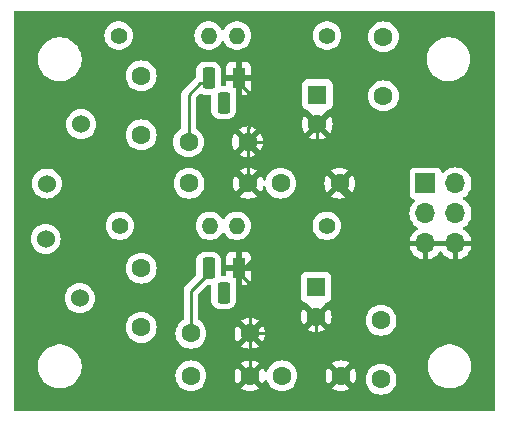
<source format=gbr>
%TF.GenerationSoftware,KiCad,Pcbnew,8.0.1*%
%TF.CreationDate,2024-03-20T08:47:04+01:00*%
%TF.ProjectId,GewitterMonitorAntenne,47657769-7474-4657-924d-6f6e69746f72,rev?*%
%TF.SameCoordinates,Original*%
%TF.FileFunction,Copper,L2,Bot*%
%TF.FilePolarity,Positive*%
%FSLAX46Y46*%
G04 Gerber Fmt 4.6, Leading zero omitted, Abs format (unit mm)*
G04 Created by KiCad (PCBNEW 8.0.1) date 2024-03-20 08:47:04*
%MOMM*%
%LPD*%
G01*
G04 APERTURE LIST*
G04 Aperture macros list*
%AMRoundRect*
0 Rectangle with rounded corners*
0 $1 Rounding radius*
0 $2 $3 $4 $5 $6 $7 $8 $9 X,Y pos of 4 corners*
0 Add a 4 corners polygon primitive as box body*
4,1,4,$2,$3,$4,$5,$6,$7,$8,$9,$2,$3,0*
0 Add four circle primitives for the rounded corners*
1,1,$1+$1,$2,$3*
1,1,$1+$1,$4,$5*
1,1,$1+$1,$6,$7*
1,1,$1+$1,$8,$9*
0 Add four rect primitives between the rounded corners*
20,1,$1+$1,$2,$3,$4,$5,0*
20,1,$1+$1,$4,$5,$6,$7,0*
20,1,$1+$1,$6,$7,$8,$9,0*
20,1,$1+$1,$8,$9,$2,$3,0*%
G04 Aperture macros list end*
%TA.AperFunction,ComponentPad*%
%ADD10C,1.600000*%
%TD*%
%TA.AperFunction,ComponentPad*%
%ADD11C,1.400000*%
%TD*%
%TA.AperFunction,ComponentPad*%
%ADD12O,1.400000X1.400000*%
%TD*%
%TA.AperFunction,ComponentPad*%
%ADD13R,1.600000X1.600000*%
%TD*%
%TA.AperFunction,ComponentPad*%
%ADD14C,1.524000*%
%TD*%
%TA.AperFunction,ComponentPad*%
%ADD15R,1.100000X1.800000*%
%TD*%
%TA.AperFunction,ComponentPad*%
%ADD16RoundRect,0.275000X0.275000X0.625000X-0.275000X0.625000X-0.275000X-0.625000X0.275000X-0.625000X0*%
%TD*%
%TA.AperFunction,ComponentPad*%
%ADD17R,1.700000X1.700000*%
%TD*%
%TA.AperFunction,ComponentPad*%
%ADD18O,1.700000X1.700000*%
%TD*%
%TA.AperFunction,Conductor*%
%ADD19C,0.250000*%
%TD*%
G04 APERTURE END LIST*
D10*
%TO.P,C7,1*%
%TO.N,Net-(U2-In)*%
X148100000Y-84400000D03*
%TO.P,C7,2*%
%TO.N,Net-(C7-Pad2)*%
X148100000Y-89400000D03*
%TD*%
%TO.P,C5,1*%
%TO.N,Net-(U1-In)*%
X148100000Y-68100000D03*
%TO.P,C5,2*%
%TO.N,Net-(C5-Pad2)*%
X148100000Y-73100000D03*
%TD*%
D11*
%TO.P,R4,1*%
%TO.N,Net-(J1-Pin_1)*%
X163800000Y-80800000D03*
D12*
%TO.P,R4,2*%
%TO.N,Net-(U2-Out)*%
X156180000Y-80800000D03*
%TD*%
D13*
%TO.P,C2,1*%
%TO.N,Net-(J1-Pin_2)*%
X163000000Y-69700000D03*
D10*
%TO.P,C2,2*%
%TO.N,GND*%
X163000000Y-72200000D03*
%TD*%
D11*
%TO.P,R1,1*%
%TO.N,Net-(J1-Pin_2)*%
X163820000Y-64700000D03*
D12*
%TO.P,R1,2*%
%TO.N,Net-(U1-Out)*%
X156200000Y-64700000D03*
%TD*%
D14*
%TO.P,L2,2,2*%
%TO.N,Net-(C7-Pad2)*%
X142900000Y-86924871D03*
%TO.P,L2,1,1*%
%TO.N,Net-(U2-In)*%
X140000000Y-81901924D03*
%TD*%
D10*
%TO.P,C3,1*%
%TO.N,Net-(U1-Out)*%
X168600000Y-64800000D03*
%TO.P,C3,2*%
%TO.N,Net-(J1-Pin_4)*%
X168600000Y-69800000D03*
%TD*%
D11*
%TO.P,R3,1*%
%TO.N,Net-(U2-In)*%
X146280000Y-80800000D03*
D12*
%TO.P,R3,2*%
%TO.N,Net-(U2-Out)*%
X153900000Y-80800000D03*
%TD*%
D11*
%TO.P,R2,1*%
%TO.N,Net-(U1-In)*%
X146180000Y-64700000D03*
D12*
%TO.P,R2,2*%
%TO.N,Net-(U1-Out)*%
X153800000Y-64700000D03*
%TD*%
D15*
%TO.P,U1,1,GND*%
%TO.N,GND*%
X156340000Y-68300000D03*
D16*
%TO.P,U1,2,In*%
%TO.N,Net-(U1-In)*%
X155070000Y-70370000D03*
%TO.P,U1,3,Out*%
%TO.N,Net-(U1-Out)*%
X153800000Y-68300000D03*
%TD*%
D14*
%TO.P,L1,1,1*%
%TO.N,Net-(U1-In)*%
X143000000Y-72201924D03*
%TO.P,L1,2,2*%
%TO.N,Net-(C5-Pad2)*%
X140100000Y-77224871D03*
%TD*%
D10*
%TO.P,C6,1*%
%TO.N,Net-(C5-Pad2)*%
X152140000Y-77200000D03*
%TO.P,C6,2*%
%TO.N,GND*%
X157140000Y-77200000D03*
%TD*%
%TO.P,C8,1*%
%TO.N,Net-(C7-Pad2)*%
X152300000Y-93500000D03*
%TO.P,C8,2*%
%TO.N,GND*%
X157300000Y-93500000D03*
%TD*%
%TO.P,C9,1*%
%TO.N,Net-(U2-Out)*%
X152300000Y-89900000D03*
%TO.P,C9,2*%
%TO.N,GND*%
X157300000Y-89900000D03*
%TD*%
D13*
%TO.P,C12,1*%
%TO.N,Net-(J1-Pin_1)*%
X162900000Y-86000000D03*
D10*
%TO.P,C12,2*%
%TO.N,GND*%
X162900000Y-88500000D03*
%TD*%
%TO.P,C11,1*%
%TO.N,Net-(U2-Out)*%
X168400000Y-93800000D03*
%TO.P,C11,2*%
%TO.N,Net-(J1-Pin_3)*%
X168400000Y-88800000D03*
%TD*%
D17*
%TO.P,J1,1,Pin_1*%
%TO.N,Net-(J1-Pin_1)*%
X172160000Y-77220000D03*
D18*
%TO.P,J1,2,Pin_2*%
%TO.N,Net-(J1-Pin_2)*%
X174700000Y-77220000D03*
%TO.P,J1,3,Pin_3*%
%TO.N,Net-(J1-Pin_3)*%
X172160000Y-79760000D03*
%TO.P,J1,4,Pin_4*%
%TO.N,Net-(J1-Pin_4)*%
X174700000Y-79760000D03*
%TO.P,J1,5,Pin_5*%
%TO.N,GND*%
X172160000Y-82300000D03*
%TO.P,J1,6,Pin_6*%
X174700000Y-82300000D03*
%TD*%
D10*
%TO.P,C1,1*%
%TO.N,Net-(J1-Pin_2)*%
X159900000Y-77200000D03*
%TO.P,C1,2*%
%TO.N,GND*%
X164900000Y-77200000D03*
%TD*%
D15*
%TO.P,U2,1,GND*%
%TO.N,GND*%
X156340000Y-84400000D03*
D16*
%TO.P,U2,2,In*%
%TO.N,Net-(U2-In)*%
X155070000Y-86470000D03*
%TO.P,U2,3,Out*%
%TO.N,Net-(U2-Out)*%
X153800000Y-84400000D03*
%TD*%
D10*
%TO.P,C10,1*%
%TO.N,Net-(J1-Pin_1)*%
X160000000Y-93500000D03*
%TO.P,C10,2*%
%TO.N,GND*%
X165000000Y-93500000D03*
%TD*%
%TO.P,C4,1*%
%TO.N,Net-(U1-Out)*%
X152100000Y-73700000D03*
%TO.P,C4,2*%
%TO.N,GND*%
X157100000Y-73700000D03*
%TD*%
D19*
%TO.N,GND*%
X157140000Y-77200000D02*
X157939999Y-77999999D01*
X157100000Y-72500000D02*
X157100000Y-73700000D01*
X162900000Y-88500000D02*
X162900000Y-91400000D01*
X157939999Y-77999999D02*
X157939999Y-83200001D01*
X161500000Y-89900000D02*
X162900000Y-88500000D01*
X157140000Y-73740000D02*
X157100000Y-73700000D01*
X157100000Y-73700000D02*
X161500000Y-73700000D01*
X163000000Y-72200000D02*
X163000000Y-75300000D01*
X163000000Y-75300000D02*
X164900000Y-77200000D01*
X172160000Y-82300000D02*
X169400000Y-82300000D01*
X156340000Y-84800000D02*
X157300000Y-85760000D01*
X156340000Y-68700000D02*
X157800000Y-70160000D01*
X157800000Y-71800000D02*
X157100000Y-72500000D01*
X157939999Y-83200001D02*
X156340000Y-84800000D01*
X157140000Y-77200000D02*
X157140000Y-73740000D01*
X157800000Y-70160000D02*
X157800000Y-71800000D01*
X157300000Y-89900000D02*
X157300000Y-93500000D01*
X161500000Y-73700000D02*
X163000000Y-72200000D01*
X157300000Y-85760000D02*
X157300000Y-89900000D01*
X174700000Y-82300000D02*
X172160000Y-82300000D01*
X157300000Y-89900000D02*
X161500000Y-89900000D01*
X162900000Y-91400000D02*
X165000000Y-93500000D01*
X169400000Y-82300000D02*
X164300000Y-77200000D01*
%TO.N,Net-(U1-Out)*%
X152100000Y-69700000D02*
X152100000Y-73700000D01*
X153800000Y-68700000D02*
X153100000Y-68700000D01*
X153100000Y-68700000D02*
X152100000Y-69700000D01*
%TO.N,Net-(U2-Out)*%
X152300000Y-86300000D02*
X153800000Y-84800000D01*
X152300000Y-89900000D02*
X152300000Y-86300000D01*
%TD*%
%TA.AperFunction,Conductor*%
%TO.N,GND*%
G36*
X174234075Y-82107007D02*
G01*
X174200000Y-82234174D01*
X174200000Y-82365826D01*
X174234075Y-82492993D01*
X174266988Y-82550000D01*
X172593012Y-82550000D01*
X172625925Y-82492993D01*
X172660000Y-82365826D01*
X172660000Y-82234174D01*
X172625925Y-82107007D01*
X172593012Y-82050000D01*
X174266988Y-82050000D01*
X174234075Y-82107007D01*
G37*
%TD.AperFunction*%
%TA.AperFunction,Conductor*%
G36*
X177997039Y-62630685D02*
G01*
X178042794Y-62683489D01*
X178054000Y-62735000D01*
X178054000Y-96396000D01*
X178034315Y-96463039D01*
X177981511Y-96508794D01*
X177930000Y-96520000D01*
X137411000Y-96520000D01*
X137343961Y-96500315D01*
X137298206Y-96447511D01*
X137287000Y-96396000D01*
X137287000Y-92821288D01*
X139349500Y-92821288D01*
X139381161Y-93061785D01*
X139443947Y-93296104D01*
X139528404Y-93500000D01*
X139536776Y-93520212D01*
X139658064Y-93730289D01*
X139658066Y-93730292D01*
X139658067Y-93730293D01*
X139805733Y-93922736D01*
X139805739Y-93922743D01*
X139977256Y-94094260D01*
X139977262Y-94094265D01*
X140169711Y-94241936D01*
X140379788Y-94363224D01*
X140603900Y-94456054D01*
X140838211Y-94518838D01*
X141018586Y-94542584D01*
X141078711Y-94550500D01*
X141078712Y-94550500D01*
X141321289Y-94550500D01*
X141369388Y-94544167D01*
X141561789Y-94518838D01*
X141796100Y-94456054D01*
X142020212Y-94363224D01*
X142230289Y-94241936D01*
X142422738Y-94094265D01*
X142594265Y-93922738D01*
X142741936Y-93730289D01*
X142863224Y-93520212D01*
X142871596Y-93500001D01*
X150994532Y-93500001D01*
X151014364Y-93726686D01*
X151014366Y-93726697D01*
X151073258Y-93946488D01*
X151073261Y-93946497D01*
X151169431Y-94152732D01*
X151169432Y-94152734D01*
X151299954Y-94339141D01*
X151460858Y-94500045D01*
X151460861Y-94500047D01*
X151647266Y-94630568D01*
X151853504Y-94726739D01*
X152073308Y-94785635D01*
X152235230Y-94799801D01*
X152299998Y-94805468D01*
X152300000Y-94805468D01*
X152300002Y-94805468D01*
X152361985Y-94800045D01*
X152526692Y-94785635D01*
X152746496Y-94726739D01*
X152952734Y-94630568D01*
X153139139Y-94500047D01*
X153300047Y-94339139D01*
X153430568Y-94152734D01*
X153526739Y-93946496D01*
X153585635Y-93726692D01*
X153605468Y-93500002D01*
X155995034Y-93500002D01*
X156014858Y-93726599D01*
X156014860Y-93726610D01*
X156073730Y-93946317D01*
X156073735Y-93946331D01*
X156169863Y-94152478D01*
X156220974Y-94225472D01*
X156900000Y-93546446D01*
X156900000Y-93552661D01*
X156927259Y-93654394D01*
X156979920Y-93745606D01*
X157054394Y-93820080D01*
X157145606Y-93872741D01*
X157247339Y-93900000D01*
X157253553Y-93900000D01*
X156574526Y-94579025D01*
X156647513Y-94630132D01*
X156647521Y-94630136D01*
X156853668Y-94726264D01*
X156853682Y-94726269D01*
X157073389Y-94785139D01*
X157073400Y-94785141D01*
X157299998Y-94804966D01*
X157300002Y-94804966D01*
X157526599Y-94785141D01*
X157526610Y-94785139D01*
X157746317Y-94726269D01*
X157746331Y-94726264D01*
X157952478Y-94630136D01*
X158025471Y-94579024D01*
X157346447Y-93900000D01*
X157352661Y-93900000D01*
X157454394Y-93872741D01*
X157545606Y-93820080D01*
X157620080Y-93745606D01*
X157672741Y-93654394D01*
X157700000Y-93552661D01*
X157700000Y-93546447D01*
X158379024Y-94225471D01*
X158430136Y-94152478D01*
X158526264Y-93946331D01*
X158526269Y-93946317D01*
X158529966Y-93932521D01*
X158566330Y-93872861D01*
X158629177Y-93842331D01*
X158698553Y-93850625D01*
X158752431Y-93895110D01*
X158769516Y-93932520D01*
X158773259Y-93946490D01*
X158773261Y-93946497D01*
X158869431Y-94152732D01*
X158869432Y-94152734D01*
X158999954Y-94339141D01*
X159160858Y-94500045D01*
X159160861Y-94500047D01*
X159347266Y-94630568D01*
X159553504Y-94726739D01*
X159773308Y-94785635D01*
X159935230Y-94799801D01*
X159999998Y-94805468D01*
X160000000Y-94805468D01*
X160000002Y-94805468D01*
X160061985Y-94800045D01*
X160226692Y-94785635D01*
X160446496Y-94726739D01*
X160652734Y-94630568D01*
X160839139Y-94500047D01*
X161000047Y-94339139D01*
X161130568Y-94152734D01*
X161226739Y-93946496D01*
X161285635Y-93726692D01*
X161305468Y-93500002D01*
X163695034Y-93500002D01*
X163714858Y-93726599D01*
X163714860Y-93726610D01*
X163773730Y-93946317D01*
X163773735Y-93946331D01*
X163869863Y-94152478D01*
X163920974Y-94225472D01*
X164600000Y-93546446D01*
X164600000Y-93552661D01*
X164627259Y-93654394D01*
X164679920Y-93745606D01*
X164754394Y-93820080D01*
X164845606Y-93872741D01*
X164947339Y-93900000D01*
X164953553Y-93900000D01*
X164274526Y-94579025D01*
X164347513Y-94630132D01*
X164347521Y-94630136D01*
X164553668Y-94726264D01*
X164553682Y-94726269D01*
X164773389Y-94785139D01*
X164773400Y-94785141D01*
X164999998Y-94804966D01*
X165000002Y-94804966D01*
X165226599Y-94785141D01*
X165226610Y-94785139D01*
X165446317Y-94726269D01*
X165446331Y-94726264D01*
X165652478Y-94630136D01*
X165725471Y-94579024D01*
X165046447Y-93900000D01*
X165052661Y-93900000D01*
X165154394Y-93872741D01*
X165245606Y-93820080D01*
X165320080Y-93745606D01*
X165372741Y-93654394D01*
X165400000Y-93552661D01*
X165400000Y-93546447D01*
X166079024Y-94225471D01*
X166130136Y-94152478D01*
X166226264Y-93946331D01*
X166226269Y-93946317D01*
X166265474Y-93800001D01*
X167094532Y-93800001D01*
X167114364Y-94026686D01*
X167114366Y-94026697D01*
X167173258Y-94246488D01*
X167173261Y-94246497D01*
X167269431Y-94452732D01*
X167269432Y-94452734D01*
X167399954Y-94639141D01*
X167560858Y-94800045D01*
X167560861Y-94800047D01*
X167747266Y-94930568D01*
X167953504Y-95026739D01*
X168173308Y-95085635D01*
X168335230Y-95099801D01*
X168399998Y-95105468D01*
X168400000Y-95105468D01*
X168400002Y-95105468D01*
X168456673Y-95100509D01*
X168626692Y-95085635D01*
X168846496Y-95026739D01*
X169052734Y-94930568D01*
X169239139Y-94800047D01*
X169400047Y-94639139D01*
X169530568Y-94452734D01*
X169626739Y-94246496D01*
X169685635Y-94026692D01*
X169705468Y-93800000D01*
X169685635Y-93573308D01*
X169626739Y-93353504D01*
X169530568Y-93147266D01*
X169400047Y-92960861D01*
X169400045Y-92960858D01*
X169260475Y-92821288D01*
X172349500Y-92821288D01*
X172381161Y-93061785D01*
X172443947Y-93296104D01*
X172528404Y-93500000D01*
X172536776Y-93520212D01*
X172658064Y-93730289D01*
X172658066Y-93730292D01*
X172658067Y-93730293D01*
X172805733Y-93922736D01*
X172805739Y-93922743D01*
X172977256Y-94094260D01*
X172977262Y-94094265D01*
X173169711Y-94241936D01*
X173379788Y-94363224D01*
X173603900Y-94456054D01*
X173838211Y-94518838D01*
X174018586Y-94542584D01*
X174078711Y-94550500D01*
X174078712Y-94550500D01*
X174321289Y-94550500D01*
X174369388Y-94544167D01*
X174561789Y-94518838D01*
X174796100Y-94456054D01*
X175020212Y-94363224D01*
X175230289Y-94241936D01*
X175422738Y-94094265D01*
X175594265Y-93922738D01*
X175741936Y-93730289D01*
X175863224Y-93520212D01*
X175956054Y-93296100D01*
X176018838Y-93061789D01*
X176050500Y-92821288D01*
X176050500Y-92578712D01*
X176018838Y-92338211D01*
X175956054Y-92103900D01*
X175863224Y-91879788D01*
X175741936Y-91669711D01*
X175594265Y-91477262D01*
X175594260Y-91477256D01*
X175422743Y-91305739D01*
X175422736Y-91305733D01*
X175230293Y-91158067D01*
X175230292Y-91158066D01*
X175230289Y-91158064D01*
X175020212Y-91036776D01*
X175004172Y-91030132D01*
X174796104Y-90943947D01*
X174561785Y-90881161D01*
X174321289Y-90849500D01*
X174321288Y-90849500D01*
X174078712Y-90849500D01*
X174078711Y-90849500D01*
X173838214Y-90881161D01*
X173603895Y-90943947D01*
X173379794Y-91036773D01*
X173379785Y-91036777D01*
X173169706Y-91158067D01*
X172977263Y-91305733D01*
X172977256Y-91305739D01*
X172805739Y-91477256D01*
X172805733Y-91477263D01*
X172658067Y-91669706D01*
X172536777Y-91879785D01*
X172536773Y-91879794D01*
X172443947Y-92103895D01*
X172381161Y-92338214D01*
X172349500Y-92578711D01*
X172349500Y-92821288D01*
X169260475Y-92821288D01*
X169239141Y-92799954D01*
X169052734Y-92669432D01*
X169052732Y-92669431D01*
X168846497Y-92573261D01*
X168846488Y-92573258D01*
X168626697Y-92514366D01*
X168626693Y-92514365D01*
X168626692Y-92514365D01*
X168626691Y-92514364D01*
X168626686Y-92514364D01*
X168400002Y-92494532D01*
X168399998Y-92494532D01*
X168173313Y-92514364D01*
X168173302Y-92514366D01*
X167953511Y-92573258D01*
X167953502Y-92573261D01*
X167747267Y-92669431D01*
X167747265Y-92669432D01*
X167560858Y-92799954D01*
X167399954Y-92960858D01*
X167269432Y-93147265D01*
X167269431Y-93147267D01*
X167173261Y-93353502D01*
X167173258Y-93353511D01*
X167114366Y-93573302D01*
X167114364Y-93573313D01*
X167094532Y-93799998D01*
X167094532Y-93800001D01*
X166265474Y-93800001D01*
X166285139Y-93726610D01*
X166285141Y-93726599D01*
X166304966Y-93500002D01*
X166304966Y-93499997D01*
X166285141Y-93273400D01*
X166285139Y-93273389D01*
X166226269Y-93053682D01*
X166226264Y-93053668D01*
X166130136Y-92847521D01*
X166130132Y-92847513D01*
X166079025Y-92774526D01*
X165400000Y-93453551D01*
X165400000Y-93447339D01*
X165372741Y-93345606D01*
X165320080Y-93254394D01*
X165245606Y-93179920D01*
X165154394Y-93127259D01*
X165052661Y-93100000D01*
X165046448Y-93100000D01*
X165725472Y-92420974D01*
X165652478Y-92369863D01*
X165446331Y-92273735D01*
X165446317Y-92273730D01*
X165226610Y-92214860D01*
X165226599Y-92214858D01*
X165000002Y-92195034D01*
X164999998Y-92195034D01*
X164773400Y-92214858D01*
X164773389Y-92214860D01*
X164553682Y-92273730D01*
X164553673Y-92273734D01*
X164347516Y-92369866D01*
X164347512Y-92369868D01*
X164274526Y-92420973D01*
X164274526Y-92420974D01*
X164953553Y-93100000D01*
X164947339Y-93100000D01*
X164845606Y-93127259D01*
X164754394Y-93179920D01*
X164679920Y-93254394D01*
X164627259Y-93345606D01*
X164600000Y-93447339D01*
X164600000Y-93453552D01*
X163920974Y-92774526D01*
X163920973Y-92774526D01*
X163869868Y-92847512D01*
X163869866Y-92847516D01*
X163773734Y-93053673D01*
X163773730Y-93053682D01*
X163714860Y-93273389D01*
X163714858Y-93273400D01*
X163695034Y-93499997D01*
X163695034Y-93500002D01*
X161305468Y-93500002D01*
X161305468Y-93500000D01*
X161285635Y-93273308D01*
X161226783Y-93053668D01*
X161226741Y-93053511D01*
X161226738Y-93053502D01*
X161130568Y-92847266D01*
X161032839Y-92707693D01*
X161000045Y-92660858D01*
X160839141Y-92499954D01*
X160652734Y-92369432D01*
X160652732Y-92369431D01*
X160446497Y-92273261D01*
X160446488Y-92273258D01*
X160226697Y-92214366D01*
X160226693Y-92214365D01*
X160226692Y-92214365D01*
X160226691Y-92214364D01*
X160226686Y-92214364D01*
X160000002Y-92194532D01*
X159999998Y-92194532D01*
X159773313Y-92214364D01*
X159773302Y-92214366D01*
X159553511Y-92273258D01*
X159553502Y-92273261D01*
X159347267Y-92369431D01*
X159347265Y-92369432D01*
X159160858Y-92499954D01*
X158999954Y-92660858D01*
X158869432Y-92847265D01*
X158869431Y-92847267D01*
X158773261Y-93053502D01*
X158773256Y-93053517D01*
X158769515Y-93067480D01*
X158733150Y-93127140D01*
X158670302Y-93157668D01*
X158600927Y-93149373D01*
X158547049Y-93104886D01*
X158529966Y-93067479D01*
X158526268Y-93053680D01*
X158526264Y-93053668D01*
X158430136Y-92847521D01*
X158430132Y-92847513D01*
X158379025Y-92774526D01*
X157700000Y-93453551D01*
X157700000Y-93447339D01*
X157672741Y-93345606D01*
X157620080Y-93254394D01*
X157545606Y-93179920D01*
X157454394Y-93127259D01*
X157352661Y-93100000D01*
X157346448Y-93100000D01*
X158025472Y-92420974D01*
X157952478Y-92369863D01*
X157746331Y-92273735D01*
X157746317Y-92273730D01*
X157526610Y-92214860D01*
X157526599Y-92214858D01*
X157300002Y-92195034D01*
X157299998Y-92195034D01*
X157073400Y-92214858D01*
X157073389Y-92214860D01*
X156853682Y-92273730D01*
X156853673Y-92273734D01*
X156647516Y-92369866D01*
X156647512Y-92369868D01*
X156574526Y-92420973D01*
X156574526Y-92420974D01*
X157253553Y-93100000D01*
X157247339Y-93100000D01*
X157145606Y-93127259D01*
X157054394Y-93179920D01*
X156979920Y-93254394D01*
X156927259Y-93345606D01*
X156900000Y-93447339D01*
X156900000Y-93453552D01*
X156220974Y-92774526D01*
X156220973Y-92774526D01*
X156169868Y-92847512D01*
X156169866Y-92847516D01*
X156073734Y-93053673D01*
X156073730Y-93053682D01*
X156014860Y-93273389D01*
X156014858Y-93273400D01*
X155995034Y-93499997D01*
X155995034Y-93500002D01*
X153605468Y-93500002D01*
X153605468Y-93500000D01*
X153585635Y-93273308D01*
X153526783Y-93053668D01*
X153526741Y-93053511D01*
X153526738Y-93053502D01*
X153430568Y-92847266D01*
X153332839Y-92707693D01*
X153300045Y-92660858D01*
X153139141Y-92499954D01*
X152952734Y-92369432D01*
X152952732Y-92369431D01*
X152746497Y-92273261D01*
X152746488Y-92273258D01*
X152526697Y-92214366D01*
X152526693Y-92214365D01*
X152526692Y-92214365D01*
X152526691Y-92214364D01*
X152526686Y-92214364D01*
X152300002Y-92194532D01*
X152299998Y-92194532D01*
X152073313Y-92214364D01*
X152073302Y-92214366D01*
X151853511Y-92273258D01*
X151853502Y-92273261D01*
X151647267Y-92369431D01*
X151647265Y-92369432D01*
X151460858Y-92499954D01*
X151299954Y-92660858D01*
X151169432Y-92847265D01*
X151169431Y-92847267D01*
X151073261Y-93053502D01*
X151073258Y-93053511D01*
X151014366Y-93273302D01*
X151014364Y-93273313D01*
X150994532Y-93499998D01*
X150994532Y-93500001D01*
X142871596Y-93500001D01*
X142956054Y-93296100D01*
X143018838Y-93061789D01*
X143050500Y-92821288D01*
X143050500Y-92578712D01*
X143018838Y-92338211D01*
X142956054Y-92103900D01*
X142863224Y-91879788D01*
X142741936Y-91669711D01*
X142594265Y-91477262D01*
X142594260Y-91477256D01*
X142422743Y-91305739D01*
X142422736Y-91305733D01*
X142230293Y-91158067D01*
X142230292Y-91158066D01*
X142230289Y-91158064D01*
X142020212Y-91036776D01*
X142004172Y-91030132D01*
X141796104Y-90943947D01*
X141561785Y-90881161D01*
X141321289Y-90849500D01*
X141321288Y-90849500D01*
X141078712Y-90849500D01*
X141078711Y-90849500D01*
X140838214Y-90881161D01*
X140603895Y-90943947D01*
X140379794Y-91036773D01*
X140379785Y-91036777D01*
X140169706Y-91158067D01*
X139977263Y-91305733D01*
X139977256Y-91305739D01*
X139805739Y-91477256D01*
X139805733Y-91477263D01*
X139658067Y-91669706D01*
X139536777Y-91879785D01*
X139536773Y-91879794D01*
X139443947Y-92103895D01*
X139381161Y-92338214D01*
X139349500Y-92578711D01*
X139349500Y-92821288D01*
X137287000Y-92821288D01*
X137287000Y-89400001D01*
X146794532Y-89400001D01*
X146814364Y-89626686D01*
X146814366Y-89626697D01*
X146873258Y-89846488D01*
X146873261Y-89846497D01*
X146969431Y-90052732D01*
X146969432Y-90052734D01*
X147099954Y-90239141D01*
X147260858Y-90400045D01*
X147260861Y-90400047D01*
X147447266Y-90530568D01*
X147653504Y-90626739D01*
X147873308Y-90685635D01*
X148035230Y-90699801D01*
X148099998Y-90705468D01*
X148100000Y-90705468D01*
X148100002Y-90705468D01*
X148156673Y-90700509D01*
X148326692Y-90685635D01*
X148546496Y-90626739D01*
X148752734Y-90530568D01*
X148939139Y-90400047D01*
X149100047Y-90239139D01*
X149230568Y-90052734D01*
X149301789Y-89900001D01*
X150994532Y-89900001D01*
X151014364Y-90126686D01*
X151014366Y-90126697D01*
X151073258Y-90346488D01*
X151073261Y-90346497D01*
X151169431Y-90552732D01*
X151169432Y-90552734D01*
X151299954Y-90739141D01*
X151460858Y-90900045D01*
X151460861Y-90900047D01*
X151647266Y-91030568D01*
X151853504Y-91126739D01*
X152073308Y-91185635D01*
X152235230Y-91199801D01*
X152299998Y-91205468D01*
X152300000Y-91205468D01*
X152300002Y-91205468D01*
X152356673Y-91200509D01*
X152526692Y-91185635D01*
X152746496Y-91126739D01*
X152952734Y-91030568D01*
X153139139Y-90900047D01*
X153300047Y-90739139D01*
X153430568Y-90552734D01*
X153526739Y-90346496D01*
X153585635Y-90126692D01*
X153605468Y-89900002D01*
X155995034Y-89900002D01*
X156014858Y-90126599D01*
X156014860Y-90126610D01*
X156073730Y-90346317D01*
X156073735Y-90346331D01*
X156169863Y-90552478D01*
X156220974Y-90625472D01*
X156900000Y-89946446D01*
X156900000Y-89952661D01*
X156927259Y-90054394D01*
X156979920Y-90145606D01*
X157054394Y-90220080D01*
X157145606Y-90272741D01*
X157247339Y-90300000D01*
X157253553Y-90300000D01*
X156574526Y-90979025D01*
X156647513Y-91030132D01*
X156647521Y-91030136D01*
X156853668Y-91126264D01*
X156853682Y-91126269D01*
X157073389Y-91185139D01*
X157073400Y-91185141D01*
X157299998Y-91204966D01*
X157300002Y-91204966D01*
X157526599Y-91185141D01*
X157526610Y-91185139D01*
X157746317Y-91126269D01*
X157746331Y-91126264D01*
X157952478Y-91030136D01*
X158025471Y-90979024D01*
X157346447Y-90300000D01*
X157352661Y-90300000D01*
X157454394Y-90272741D01*
X157545606Y-90220080D01*
X157620080Y-90145606D01*
X157672741Y-90054394D01*
X157700000Y-89952661D01*
X157700000Y-89946447D01*
X158379024Y-90625471D01*
X158430136Y-90552478D01*
X158526264Y-90346331D01*
X158526269Y-90346317D01*
X158585139Y-90126610D01*
X158585141Y-90126599D01*
X158604966Y-89900002D01*
X158604966Y-89899997D01*
X158585141Y-89673400D01*
X158585139Y-89673389D01*
X158526269Y-89453682D01*
X158526264Y-89453668D01*
X158430136Y-89247521D01*
X158430132Y-89247513D01*
X158379025Y-89174526D01*
X157700000Y-89853551D01*
X157700000Y-89847339D01*
X157672741Y-89745606D01*
X157620080Y-89654394D01*
X157545606Y-89579920D01*
X157454394Y-89527259D01*
X157352661Y-89500000D01*
X157346448Y-89500000D01*
X158025472Y-88820974D01*
X157952478Y-88769863D01*
X157746331Y-88673735D01*
X157746317Y-88673730D01*
X157526610Y-88614860D01*
X157526599Y-88614858D01*
X157300002Y-88595034D01*
X157299998Y-88595034D01*
X157073400Y-88614858D01*
X157073389Y-88614860D01*
X156853682Y-88673730D01*
X156853673Y-88673734D01*
X156647516Y-88769866D01*
X156647512Y-88769868D01*
X156574526Y-88820973D01*
X156574526Y-88820974D01*
X157253553Y-89500000D01*
X157247339Y-89500000D01*
X157145606Y-89527259D01*
X157054394Y-89579920D01*
X156979920Y-89654394D01*
X156927259Y-89745606D01*
X156900000Y-89847339D01*
X156900000Y-89853552D01*
X156220974Y-89174526D01*
X156220973Y-89174526D01*
X156169868Y-89247512D01*
X156169866Y-89247516D01*
X156073734Y-89453673D01*
X156073730Y-89453682D01*
X156014860Y-89673389D01*
X156014858Y-89673400D01*
X155995034Y-89899997D01*
X155995034Y-89900002D01*
X153605468Y-89900002D01*
X153605468Y-89900000D01*
X153585635Y-89673308D01*
X153526739Y-89453504D01*
X153430568Y-89247266D01*
X153300047Y-89060861D01*
X153300045Y-89060858D01*
X153139140Y-88899953D01*
X152978377Y-88787386D01*
X152934752Y-88732809D01*
X152925500Y-88685811D01*
X152925500Y-88500002D01*
X161595034Y-88500002D01*
X161614858Y-88726599D01*
X161614860Y-88726610D01*
X161673730Y-88946317D01*
X161673735Y-88946331D01*
X161769863Y-89152478D01*
X161820974Y-89225472D01*
X162500000Y-88546446D01*
X162500000Y-88552661D01*
X162527259Y-88654394D01*
X162579920Y-88745606D01*
X162654394Y-88820080D01*
X162745606Y-88872741D01*
X162847339Y-88900000D01*
X162853553Y-88900000D01*
X162174526Y-89579025D01*
X162247513Y-89630132D01*
X162247521Y-89630136D01*
X162453668Y-89726264D01*
X162453682Y-89726269D01*
X162673389Y-89785139D01*
X162673400Y-89785141D01*
X162899998Y-89804966D01*
X162900002Y-89804966D01*
X163126599Y-89785141D01*
X163126610Y-89785139D01*
X163346317Y-89726269D01*
X163346331Y-89726264D01*
X163552478Y-89630136D01*
X163625471Y-89579024D01*
X162946447Y-88900000D01*
X162952661Y-88900000D01*
X163054394Y-88872741D01*
X163145606Y-88820080D01*
X163220080Y-88745606D01*
X163272741Y-88654394D01*
X163300000Y-88552661D01*
X163300000Y-88546447D01*
X163979024Y-89225471D01*
X164030136Y-89152478D01*
X164126264Y-88946331D01*
X164126269Y-88946317D01*
X164165474Y-88800001D01*
X167094532Y-88800001D01*
X167114364Y-89026686D01*
X167114366Y-89026697D01*
X167173258Y-89246488D01*
X167173261Y-89246497D01*
X167269431Y-89452732D01*
X167269432Y-89452734D01*
X167399954Y-89639141D01*
X167560858Y-89800045D01*
X167560861Y-89800047D01*
X167747266Y-89930568D01*
X167953504Y-90026739D01*
X168173308Y-90085635D01*
X168335230Y-90099801D01*
X168399998Y-90105468D01*
X168400000Y-90105468D01*
X168400002Y-90105468D01*
X168456673Y-90100509D01*
X168626692Y-90085635D01*
X168846496Y-90026739D01*
X169052734Y-89930568D01*
X169239139Y-89800047D01*
X169400047Y-89639139D01*
X169530568Y-89452734D01*
X169626739Y-89246496D01*
X169685635Y-89026692D01*
X169705468Y-88800000D01*
X169704364Y-88787386D01*
X169689270Y-88614858D01*
X169685635Y-88573308D01*
X169626739Y-88353504D01*
X169530568Y-88147266D01*
X169400047Y-87960861D01*
X169400045Y-87960858D01*
X169239141Y-87799954D01*
X169052734Y-87669432D01*
X169052732Y-87669431D01*
X168846497Y-87573261D01*
X168846488Y-87573258D01*
X168626697Y-87514366D01*
X168626693Y-87514365D01*
X168626692Y-87514365D01*
X168626691Y-87514364D01*
X168626686Y-87514364D01*
X168400002Y-87494532D01*
X168399998Y-87494532D01*
X168173313Y-87514364D01*
X168173302Y-87514366D01*
X167953511Y-87573258D01*
X167953502Y-87573261D01*
X167747267Y-87669431D01*
X167747265Y-87669432D01*
X167560858Y-87799954D01*
X167399954Y-87960858D01*
X167269432Y-88147265D01*
X167269431Y-88147267D01*
X167173261Y-88353502D01*
X167173258Y-88353511D01*
X167114366Y-88573302D01*
X167114364Y-88573313D01*
X167094532Y-88799998D01*
X167094532Y-88800001D01*
X164165474Y-88800001D01*
X164185139Y-88726610D01*
X164185141Y-88726599D01*
X164204966Y-88500002D01*
X164204966Y-88499997D01*
X164185141Y-88273400D01*
X164185139Y-88273389D01*
X164126269Y-88053682D01*
X164126264Y-88053668D01*
X164030136Y-87847521D01*
X164030132Y-87847513D01*
X163979025Y-87774526D01*
X163300000Y-88453551D01*
X163300000Y-88447339D01*
X163272741Y-88345606D01*
X163220080Y-88254394D01*
X163145606Y-88179920D01*
X163054394Y-88127259D01*
X162952661Y-88100000D01*
X162946448Y-88100000D01*
X163630645Y-87415801D01*
X163640492Y-87366807D01*
X163689107Y-87316624D01*
X163744633Y-87301981D01*
X163744576Y-87300900D01*
X163744571Y-87300854D01*
X163744573Y-87300853D01*
X163744564Y-87300676D01*
X163747857Y-87300499D01*
X163747872Y-87300499D01*
X163807483Y-87294091D01*
X163942331Y-87243796D01*
X164057546Y-87157546D01*
X164143796Y-87042331D01*
X164194091Y-86907483D01*
X164200500Y-86847873D01*
X164200499Y-85152128D01*
X164194091Y-85092517D01*
X164185506Y-85069500D01*
X164143797Y-84957671D01*
X164143793Y-84957664D01*
X164057547Y-84842455D01*
X164057544Y-84842452D01*
X163942335Y-84756206D01*
X163942328Y-84756202D01*
X163807482Y-84705908D01*
X163807483Y-84705908D01*
X163747883Y-84699501D01*
X163747881Y-84699500D01*
X163747873Y-84699500D01*
X163747864Y-84699500D01*
X162052129Y-84699500D01*
X162052123Y-84699501D01*
X161992516Y-84705908D01*
X161857671Y-84756202D01*
X161857664Y-84756206D01*
X161742455Y-84842452D01*
X161742452Y-84842455D01*
X161656206Y-84957664D01*
X161656202Y-84957671D01*
X161605908Y-85092517D01*
X161605096Y-85100075D01*
X161599501Y-85152123D01*
X161599500Y-85152135D01*
X161599500Y-86847870D01*
X161599501Y-86847876D01*
X161605908Y-86907483D01*
X161656202Y-87042328D01*
X161656206Y-87042335D01*
X161742452Y-87157544D01*
X161742455Y-87157547D01*
X161857664Y-87243793D01*
X161857671Y-87243797D01*
X161902618Y-87260561D01*
X161992517Y-87294091D01*
X162052127Y-87300500D01*
X162052153Y-87300499D01*
X162055453Y-87300678D01*
X162055372Y-87302183D01*
X162116672Y-87320112D01*
X162162483Y-87372867D01*
X162170016Y-87416464D01*
X162853553Y-88100000D01*
X162847339Y-88100000D01*
X162745606Y-88127259D01*
X162654394Y-88179920D01*
X162579920Y-88254394D01*
X162527259Y-88345606D01*
X162500000Y-88447339D01*
X162500000Y-88453552D01*
X161820974Y-87774526D01*
X161820973Y-87774526D01*
X161769868Y-87847512D01*
X161769866Y-87847516D01*
X161673734Y-88053673D01*
X161673730Y-88053682D01*
X161614860Y-88273389D01*
X161614858Y-88273400D01*
X161595034Y-88499997D01*
X161595034Y-88500002D01*
X152925500Y-88500002D01*
X152925500Y-86610452D01*
X152945185Y-86543413D01*
X152961819Y-86522771D01*
X153647772Y-85836819D01*
X153709095Y-85803334D01*
X153735453Y-85800500D01*
X153895500Y-85800500D01*
X153962539Y-85820185D01*
X154008294Y-85872989D01*
X154019500Y-85924500D01*
X154019500Y-87138558D01*
X154034157Y-87268648D01*
X154034159Y-87268658D01*
X154091877Y-87433604D01*
X154091878Y-87433606D01*
X154184853Y-87581576D01*
X154308424Y-87705147D01*
X154456394Y-87798122D01*
X154621343Y-87855841D01*
X154621349Y-87855841D01*
X154621351Y-87855842D01*
X154662750Y-87860506D01*
X154751442Y-87870499D01*
X154751445Y-87870500D01*
X154751448Y-87870500D01*
X155388555Y-87870500D01*
X155388556Y-87870499D01*
X155518657Y-87855841D01*
X155683606Y-87798122D01*
X155831576Y-87705147D01*
X155955147Y-87581576D01*
X156048122Y-87433606D01*
X156105841Y-87268657D01*
X156120500Y-87138552D01*
X156120500Y-85801448D01*
X156109686Y-85705468D01*
X156105842Y-85671348D01*
X156105840Y-85671340D01*
X156096958Y-85645955D01*
X156090000Y-85605001D01*
X156090000Y-85080330D01*
X156109745Y-85100075D01*
X156195255Y-85149444D01*
X156290630Y-85175000D01*
X156389370Y-85175000D01*
X156484745Y-85149444D01*
X156570255Y-85100075D01*
X156590000Y-85080330D01*
X156590000Y-85800000D01*
X156937828Y-85800000D01*
X156937844Y-85799999D01*
X156997372Y-85793598D01*
X156997379Y-85793596D01*
X157132086Y-85743354D01*
X157132093Y-85743350D01*
X157247187Y-85657190D01*
X157247190Y-85657187D01*
X157333350Y-85542093D01*
X157333354Y-85542086D01*
X157383596Y-85407379D01*
X157383598Y-85407372D01*
X157389999Y-85347844D01*
X157390000Y-85347827D01*
X157390000Y-84650000D01*
X156686410Y-84650000D01*
X156640075Y-84569745D01*
X156570255Y-84499925D01*
X156484745Y-84450556D01*
X156389370Y-84425000D01*
X156290630Y-84425000D01*
X156195255Y-84450556D01*
X156109745Y-84499925D01*
X156039925Y-84569745D01*
X155993590Y-84650000D01*
X155290000Y-84650000D01*
X155290000Y-84945500D01*
X155270315Y-85012539D01*
X155217511Y-85058294D01*
X155166000Y-85069500D01*
X154974500Y-85069500D01*
X154907461Y-85049815D01*
X154861706Y-84997011D01*
X154850500Y-84945500D01*
X154850500Y-84150000D01*
X155290000Y-84150000D01*
X156090000Y-84150000D01*
X156090000Y-83000000D01*
X156590000Y-83000000D01*
X156590000Y-84150000D01*
X157390000Y-84150000D01*
X157390000Y-83452172D01*
X157389999Y-83452155D01*
X157383598Y-83392627D01*
X157383596Y-83392620D01*
X157333354Y-83257913D01*
X157333350Y-83257906D01*
X157247190Y-83142812D01*
X157247187Y-83142809D01*
X157132093Y-83056649D01*
X157132086Y-83056645D01*
X156997379Y-83006403D01*
X156997372Y-83006401D01*
X156937844Y-83000000D01*
X156590000Y-83000000D01*
X156090000Y-83000000D01*
X155742155Y-83000000D01*
X155682627Y-83006401D01*
X155682620Y-83006403D01*
X155547913Y-83056645D01*
X155547906Y-83056649D01*
X155432812Y-83142809D01*
X155432809Y-83142812D01*
X155346649Y-83257906D01*
X155346645Y-83257913D01*
X155296403Y-83392620D01*
X155296401Y-83392627D01*
X155290000Y-83452155D01*
X155290000Y-84150000D01*
X154850500Y-84150000D01*
X154850500Y-83731445D01*
X154850499Y-83731441D01*
X154835842Y-83601351D01*
X154835841Y-83601349D01*
X154835841Y-83601343D01*
X154778122Y-83436394D01*
X154685147Y-83288424D01*
X154561576Y-83164853D01*
X154413606Y-83071878D01*
X154413605Y-83071877D01*
X154413604Y-83071877D01*
X154248658Y-83014159D01*
X154248648Y-83014157D01*
X154118558Y-82999500D01*
X154118552Y-82999500D01*
X153481448Y-82999500D01*
X153481441Y-82999500D01*
X153351351Y-83014157D01*
X153351341Y-83014159D01*
X153186395Y-83071877D01*
X153038423Y-83164853D01*
X152914853Y-83288423D01*
X152821877Y-83436395D01*
X152764159Y-83601341D01*
X152764157Y-83601351D01*
X152749500Y-83731441D01*
X152749500Y-84914547D01*
X152729815Y-84981586D01*
X152713181Y-85002228D01*
X151814144Y-85901264D01*
X151814138Y-85901272D01*
X151745690Y-86003708D01*
X151745689Y-86003710D01*
X151729261Y-86043369D01*
X151729262Y-86043370D01*
X151698537Y-86117549D01*
X151698535Y-86117556D01*
X151674500Y-86238389D01*
X151674500Y-88685811D01*
X151654815Y-88752850D01*
X151621623Y-88787386D01*
X151460859Y-88899953D01*
X151299954Y-89060858D01*
X151169432Y-89247265D01*
X151169431Y-89247267D01*
X151073261Y-89453502D01*
X151073258Y-89453511D01*
X151014366Y-89673302D01*
X151014364Y-89673313D01*
X150994532Y-89899998D01*
X150994532Y-89900001D01*
X149301789Y-89900001D01*
X149326739Y-89846496D01*
X149385635Y-89626692D01*
X149405468Y-89400000D01*
X149385635Y-89173308D01*
X149326739Y-88953504D01*
X149230568Y-88747266D01*
X149100047Y-88560861D01*
X149100045Y-88560858D01*
X148939141Y-88399954D01*
X148752734Y-88269432D01*
X148752732Y-88269431D01*
X148546497Y-88173261D01*
X148546488Y-88173258D01*
X148326697Y-88114366D01*
X148326693Y-88114365D01*
X148326692Y-88114365D01*
X148326691Y-88114364D01*
X148326686Y-88114364D01*
X148100002Y-88094532D01*
X148099998Y-88094532D01*
X147873313Y-88114364D01*
X147873302Y-88114366D01*
X147653511Y-88173258D01*
X147653502Y-88173261D01*
X147447267Y-88269431D01*
X147447265Y-88269432D01*
X147260858Y-88399954D01*
X147099954Y-88560858D01*
X146969432Y-88747265D01*
X146969431Y-88747267D01*
X146873261Y-88953502D01*
X146873258Y-88953511D01*
X146814366Y-89173302D01*
X146814364Y-89173313D01*
X146794532Y-89399998D01*
X146794532Y-89400001D01*
X137287000Y-89400001D01*
X137287000Y-86924873D01*
X141632677Y-86924873D01*
X141651929Y-87144933D01*
X141651930Y-87144941D01*
X141709104Y-87358316D01*
X141709105Y-87358318D01*
X141709106Y-87358321D01*
X141744211Y-87433604D01*
X141802466Y-87558533D01*
X141802468Y-87558537D01*
X141929170Y-87739486D01*
X141929175Y-87739492D01*
X142085378Y-87895695D01*
X142085384Y-87895700D01*
X142266333Y-88022402D01*
X142266335Y-88022403D01*
X142266338Y-88022405D01*
X142466550Y-88115765D01*
X142679932Y-88172941D01*
X142837123Y-88186693D01*
X142899998Y-88192194D01*
X142900000Y-88192194D01*
X142900002Y-88192194D01*
X142955017Y-88187380D01*
X143120068Y-88172941D01*
X143333450Y-88115765D01*
X143533662Y-88022405D01*
X143714620Y-87895697D01*
X143870826Y-87739491D01*
X143997534Y-87558533D01*
X144090894Y-87358321D01*
X144148070Y-87144939D01*
X144167323Y-86924871D01*
X144148070Y-86704803D01*
X144090894Y-86491421D01*
X143997534Y-86291210D01*
X143875936Y-86117549D01*
X143870827Y-86110252D01*
X143803944Y-86043369D01*
X143714620Y-85954045D01*
X143714616Y-85954042D01*
X143714615Y-85954041D01*
X143533666Y-85827339D01*
X143533662Y-85827337D01*
X143482187Y-85803334D01*
X143333450Y-85733977D01*
X143333447Y-85733976D01*
X143333445Y-85733975D01*
X143120070Y-85676801D01*
X143120062Y-85676800D01*
X142900002Y-85657548D01*
X142899998Y-85657548D01*
X142679937Y-85676800D01*
X142679929Y-85676801D01*
X142466554Y-85733975D01*
X142466548Y-85733978D01*
X142266340Y-85827336D01*
X142266338Y-85827337D01*
X142085377Y-85954046D01*
X141929175Y-86110248D01*
X141802466Y-86291209D01*
X141802465Y-86291211D01*
X141709107Y-86491419D01*
X141709104Y-86491425D01*
X141651930Y-86704800D01*
X141651929Y-86704808D01*
X141632677Y-86924868D01*
X141632677Y-86924873D01*
X137287000Y-86924873D01*
X137287000Y-84400001D01*
X146794532Y-84400001D01*
X146814364Y-84626686D01*
X146814366Y-84626697D01*
X146873258Y-84846488D01*
X146873261Y-84846497D01*
X146969431Y-85052732D01*
X146969432Y-85052734D01*
X147099954Y-85239141D01*
X147260858Y-85400045D01*
X147260861Y-85400047D01*
X147447266Y-85530568D01*
X147653504Y-85626739D01*
X147873308Y-85685635D01*
X148035230Y-85699801D01*
X148099998Y-85705468D01*
X148100000Y-85705468D01*
X148100002Y-85705468D01*
X148156673Y-85700509D01*
X148326692Y-85685635D01*
X148546496Y-85626739D01*
X148752734Y-85530568D01*
X148939139Y-85400047D01*
X149100047Y-85239139D01*
X149230568Y-85052734D01*
X149326739Y-84846496D01*
X149385635Y-84626692D01*
X149405468Y-84400000D01*
X149385635Y-84173308D01*
X149326739Y-83953504D01*
X149230568Y-83747266D01*
X149100047Y-83560861D01*
X149100045Y-83560858D01*
X148939141Y-83399954D01*
X148752734Y-83269432D01*
X148752732Y-83269431D01*
X148546497Y-83173261D01*
X148546488Y-83173258D01*
X148326697Y-83114366D01*
X148326693Y-83114365D01*
X148326692Y-83114365D01*
X148326691Y-83114364D01*
X148326686Y-83114364D01*
X148100002Y-83094532D01*
X148099998Y-83094532D01*
X147873313Y-83114364D01*
X147873302Y-83114366D01*
X147653511Y-83173258D01*
X147653502Y-83173261D01*
X147447267Y-83269431D01*
X147447265Y-83269432D01*
X147260858Y-83399954D01*
X147099954Y-83560858D01*
X146969432Y-83747265D01*
X146969431Y-83747267D01*
X146873261Y-83953502D01*
X146873258Y-83953511D01*
X146814366Y-84173302D01*
X146814364Y-84173313D01*
X146794532Y-84399998D01*
X146794532Y-84400001D01*
X137287000Y-84400001D01*
X137287000Y-81901926D01*
X138732677Y-81901926D01*
X138751929Y-82121986D01*
X138751930Y-82121994D01*
X138809104Y-82335369D01*
X138809105Y-82335371D01*
X138809106Y-82335374D01*
X138823306Y-82365826D01*
X138902466Y-82535586D01*
X138902468Y-82535590D01*
X139029170Y-82716539D01*
X139029175Y-82716545D01*
X139185378Y-82872748D01*
X139185384Y-82872753D01*
X139366333Y-82999455D01*
X139366335Y-82999456D01*
X139366338Y-82999458D01*
X139566550Y-83092818D01*
X139779932Y-83149994D01*
X139937123Y-83163746D01*
X139999998Y-83169247D01*
X140000000Y-83169247D01*
X140000002Y-83169247D01*
X140055017Y-83164433D01*
X140220068Y-83149994D01*
X140433450Y-83092818D01*
X140633662Y-82999458D01*
X140814620Y-82872750D01*
X140970826Y-82716544D01*
X141097534Y-82535586D01*
X141190894Y-82335374D01*
X141248070Y-82121992D01*
X141267323Y-81901924D01*
X141248070Y-81681856D01*
X141190894Y-81468474D01*
X141097534Y-81268263D01*
X140970826Y-81087304D01*
X140814620Y-80931098D01*
X140814616Y-80931095D01*
X140814615Y-80931094D01*
X140633666Y-80804392D01*
X140633662Y-80804390D01*
X140624247Y-80800000D01*
X145074357Y-80800000D01*
X145094884Y-81021535D01*
X145094885Y-81021537D01*
X145155769Y-81235523D01*
X145155775Y-81235538D01*
X145254938Y-81434683D01*
X145254943Y-81434691D01*
X145389020Y-81612238D01*
X145553437Y-81762123D01*
X145553439Y-81762125D01*
X145742595Y-81879245D01*
X145742596Y-81879245D01*
X145742599Y-81879247D01*
X145950060Y-81959618D01*
X146168757Y-82000500D01*
X146168759Y-82000500D01*
X146391241Y-82000500D01*
X146391243Y-82000500D01*
X146609940Y-81959618D01*
X146817401Y-81879247D01*
X147006562Y-81762124D01*
X147170981Y-81612236D01*
X147305058Y-81434689D01*
X147404229Y-81235528D01*
X147465115Y-81021536D01*
X147485643Y-80800000D01*
X152694357Y-80800000D01*
X152714884Y-81021535D01*
X152714885Y-81021537D01*
X152775769Y-81235523D01*
X152775775Y-81235538D01*
X152874938Y-81434683D01*
X152874943Y-81434691D01*
X153009020Y-81612238D01*
X153173437Y-81762123D01*
X153173439Y-81762125D01*
X153362595Y-81879245D01*
X153362596Y-81879245D01*
X153362599Y-81879247D01*
X153570060Y-81959618D01*
X153788757Y-82000500D01*
X153788759Y-82000500D01*
X154011241Y-82000500D01*
X154011243Y-82000500D01*
X154229940Y-81959618D01*
X154437401Y-81879247D01*
X154626562Y-81762124D01*
X154790981Y-81612236D01*
X154925058Y-81434689D01*
X154928999Y-81426773D01*
X154976502Y-81375537D01*
X155044165Y-81358115D01*
X155110505Y-81380040D01*
X155151001Y-81426774D01*
X155154941Y-81434688D01*
X155154943Y-81434691D01*
X155289020Y-81612238D01*
X155453437Y-81762123D01*
X155453439Y-81762125D01*
X155642595Y-81879245D01*
X155642596Y-81879245D01*
X155642599Y-81879247D01*
X155850060Y-81959618D01*
X156068757Y-82000500D01*
X156068759Y-82000500D01*
X156291241Y-82000500D01*
X156291243Y-82000500D01*
X156509940Y-81959618D01*
X156717401Y-81879247D01*
X156906562Y-81762124D01*
X157070981Y-81612236D01*
X157205058Y-81434689D01*
X157304229Y-81235528D01*
X157365115Y-81021536D01*
X157385643Y-80800000D01*
X162594357Y-80800000D01*
X162614884Y-81021535D01*
X162614885Y-81021537D01*
X162675769Y-81235523D01*
X162675775Y-81235538D01*
X162774938Y-81434683D01*
X162774943Y-81434691D01*
X162909020Y-81612238D01*
X163073437Y-81762123D01*
X163073439Y-81762125D01*
X163262595Y-81879245D01*
X163262596Y-81879245D01*
X163262599Y-81879247D01*
X163470060Y-81959618D01*
X163688757Y-82000500D01*
X163688759Y-82000500D01*
X163911241Y-82000500D01*
X163911243Y-82000500D01*
X164129940Y-81959618D01*
X164337401Y-81879247D01*
X164526562Y-81762124D01*
X164690981Y-81612236D01*
X164825058Y-81434689D01*
X164924229Y-81235528D01*
X164985115Y-81021536D01*
X165005643Y-80800000D01*
X164985115Y-80578464D01*
X164924229Y-80364472D01*
X164924224Y-80364461D01*
X164825061Y-80165316D01*
X164825056Y-80165308D01*
X164690979Y-79987761D01*
X164526562Y-79837876D01*
X164526560Y-79837874D01*
X164400789Y-79760000D01*
X170804341Y-79760000D01*
X170824936Y-79995403D01*
X170824938Y-79995413D01*
X170886094Y-80223655D01*
X170886096Y-80223659D01*
X170886097Y-80223663D01*
X170966004Y-80395023D01*
X170985965Y-80437830D01*
X170985967Y-80437834D01*
X171084437Y-80578462D01*
X171121501Y-80631396D01*
X171121506Y-80631402D01*
X171288597Y-80798493D01*
X171288603Y-80798498D01*
X171474594Y-80928730D01*
X171518219Y-80983307D01*
X171525413Y-81052805D01*
X171493890Y-81115160D01*
X171474595Y-81131880D01*
X171288922Y-81261890D01*
X171288920Y-81261891D01*
X171121891Y-81428920D01*
X171121886Y-81428926D01*
X170986400Y-81622420D01*
X170986399Y-81622422D01*
X170886570Y-81836507D01*
X170886567Y-81836513D01*
X170829364Y-82049999D01*
X170829364Y-82050000D01*
X171726988Y-82050000D01*
X171694075Y-82107007D01*
X171660000Y-82234174D01*
X171660000Y-82365826D01*
X171694075Y-82492993D01*
X171726988Y-82550000D01*
X170829364Y-82550000D01*
X170886567Y-82763486D01*
X170886570Y-82763492D01*
X170986399Y-82977578D01*
X171121894Y-83171082D01*
X171288917Y-83338105D01*
X171482421Y-83473600D01*
X171696507Y-83573429D01*
X171696516Y-83573433D01*
X171910000Y-83630634D01*
X171910000Y-82733012D01*
X171967007Y-82765925D01*
X172094174Y-82800000D01*
X172225826Y-82800000D01*
X172352993Y-82765925D01*
X172410000Y-82733012D01*
X172410000Y-83630633D01*
X172623483Y-83573433D01*
X172623492Y-83573429D01*
X172837578Y-83473600D01*
X173031082Y-83338105D01*
X173198105Y-83171082D01*
X173328425Y-82984968D01*
X173383002Y-82941344D01*
X173452501Y-82934151D01*
X173514855Y-82965673D01*
X173531575Y-82984968D01*
X173661894Y-83171082D01*
X173828917Y-83338105D01*
X174022421Y-83473600D01*
X174236507Y-83573429D01*
X174236516Y-83573433D01*
X174450000Y-83630634D01*
X174450000Y-82733012D01*
X174507007Y-82765925D01*
X174634174Y-82800000D01*
X174765826Y-82800000D01*
X174892993Y-82765925D01*
X174950000Y-82733012D01*
X174950000Y-83630633D01*
X175163483Y-83573433D01*
X175163492Y-83573429D01*
X175377578Y-83473600D01*
X175571082Y-83338105D01*
X175738105Y-83171082D01*
X175873600Y-82977578D01*
X175973429Y-82763492D01*
X175973432Y-82763486D01*
X176030636Y-82550000D01*
X175133012Y-82550000D01*
X175165925Y-82492993D01*
X175200000Y-82365826D01*
X175200000Y-82234174D01*
X175165925Y-82107007D01*
X175133012Y-82050000D01*
X176030636Y-82050000D01*
X176030635Y-82049999D01*
X175973432Y-81836513D01*
X175973429Y-81836507D01*
X175873600Y-81622422D01*
X175873599Y-81622420D01*
X175738113Y-81428926D01*
X175738108Y-81428920D01*
X175571078Y-81261890D01*
X175385405Y-81131879D01*
X175341780Y-81077302D01*
X175334588Y-81007804D01*
X175366110Y-80945449D01*
X175385406Y-80928730D01*
X175562979Y-80804392D01*
X175571401Y-80798495D01*
X175738495Y-80631401D01*
X175874035Y-80437830D01*
X175973903Y-80223663D01*
X176035063Y-79995408D01*
X176055659Y-79760000D01*
X176035063Y-79524592D01*
X175973903Y-79296337D01*
X175874035Y-79082171D01*
X175868425Y-79074158D01*
X175738494Y-78888597D01*
X175571402Y-78721506D01*
X175571396Y-78721501D01*
X175385842Y-78591575D01*
X175342217Y-78536998D01*
X175335023Y-78467500D01*
X175366546Y-78405145D01*
X175385842Y-78388425D01*
X175468470Y-78330568D01*
X175571401Y-78258495D01*
X175738495Y-78091401D01*
X175874035Y-77897830D01*
X175973903Y-77683663D01*
X176035063Y-77455408D01*
X176055659Y-77220000D01*
X176035063Y-76984592D01*
X175973903Y-76756337D01*
X175874035Y-76542171D01*
X175738495Y-76348599D01*
X175738494Y-76348597D01*
X175571402Y-76181506D01*
X175571395Y-76181501D01*
X175377834Y-76045967D01*
X175377830Y-76045965D01*
X175352117Y-76033975D01*
X175163663Y-75946097D01*
X175163659Y-75946096D01*
X175163655Y-75946094D01*
X174935413Y-75884938D01*
X174935403Y-75884936D01*
X174700001Y-75864341D01*
X174699999Y-75864341D01*
X174464596Y-75884936D01*
X174464586Y-75884938D01*
X174236344Y-75946094D01*
X174236335Y-75946098D01*
X174022171Y-76045964D01*
X174022169Y-76045965D01*
X173828600Y-76181503D01*
X173706673Y-76303430D01*
X173645350Y-76336914D01*
X173575658Y-76331930D01*
X173519725Y-76290058D01*
X173502810Y-76259081D01*
X173453797Y-76127671D01*
X173453793Y-76127664D01*
X173367547Y-76012455D01*
X173367544Y-76012452D01*
X173252335Y-75926206D01*
X173252328Y-75926202D01*
X173117482Y-75875908D01*
X173117483Y-75875908D01*
X173057883Y-75869501D01*
X173057881Y-75869500D01*
X173057873Y-75869500D01*
X173057864Y-75869500D01*
X171262129Y-75869500D01*
X171262123Y-75869501D01*
X171202516Y-75875908D01*
X171067671Y-75926202D01*
X171067664Y-75926206D01*
X170952455Y-76012452D01*
X170952452Y-76012455D01*
X170866206Y-76127664D01*
X170866202Y-76127671D01*
X170815908Y-76262517D01*
X170809501Y-76322116D01*
X170809500Y-76322135D01*
X170809500Y-78117870D01*
X170809501Y-78117876D01*
X170815908Y-78177483D01*
X170866202Y-78312328D01*
X170866206Y-78312335D01*
X170952452Y-78427544D01*
X170952455Y-78427547D01*
X171067664Y-78513793D01*
X171067671Y-78513797D01*
X171199081Y-78562810D01*
X171255015Y-78604681D01*
X171279432Y-78670145D01*
X171264580Y-78738418D01*
X171243430Y-78766673D01*
X171121503Y-78888600D01*
X170985965Y-79082169D01*
X170985964Y-79082171D01*
X170886098Y-79296335D01*
X170886094Y-79296344D01*
X170824938Y-79524586D01*
X170824936Y-79524596D01*
X170804341Y-79759999D01*
X170804341Y-79760000D01*
X164400789Y-79760000D01*
X164337404Y-79720754D01*
X164337398Y-79720752D01*
X164129940Y-79640382D01*
X163911243Y-79599500D01*
X163688757Y-79599500D01*
X163470060Y-79640382D01*
X163338864Y-79691207D01*
X163262601Y-79720752D01*
X163262595Y-79720754D01*
X163073439Y-79837874D01*
X163073437Y-79837876D01*
X162909020Y-79987761D01*
X162774943Y-80165308D01*
X162774938Y-80165316D01*
X162675775Y-80364461D01*
X162675769Y-80364476D01*
X162614885Y-80578462D01*
X162614884Y-80578464D01*
X162594357Y-80799999D01*
X162594357Y-80800000D01*
X157385643Y-80800000D01*
X157365115Y-80578464D01*
X157304229Y-80364472D01*
X157304224Y-80364461D01*
X157205061Y-80165316D01*
X157205056Y-80165308D01*
X157070979Y-79987761D01*
X156906562Y-79837876D01*
X156906560Y-79837874D01*
X156717404Y-79720754D01*
X156717398Y-79720752D01*
X156509940Y-79640382D01*
X156291243Y-79599500D01*
X156068757Y-79599500D01*
X155850060Y-79640382D01*
X155718864Y-79691207D01*
X155642601Y-79720752D01*
X155642595Y-79720754D01*
X155453439Y-79837874D01*
X155453437Y-79837876D01*
X155289020Y-79987761D01*
X155154943Y-80165308D01*
X155154938Y-80165317D01*
X155150999Y-80173228D01*
X155103495Y-80224464D01*
X155035832Y-80241884D01*
X154969492Y-80219957D01*
X154929001Y-80173228D01*
X154925061Y-80165317D01*
X154925056Y-80165308D01*
X154790979Y-79987761D01*
X154626562Y-79837876D01*
X154626560Y-79837874D01*
X154437404Y-79720754D01*
X154437398Y-79720752D01*
X154229940Y-79640382D01*
X154011243Y-79599500D01*
X153788757Y-79599500D01*
X153570060Y-79640382D01*
X153438864Y-79691207D01*
X153362601Y-79720752D01*
X153362595Y-79720754D01*
X153173439Y-79837874D01*
X153173437Y-79837876D01*
X153009020Y-79987761D01*
X152874943Y-80165308D01*
X152874938Y-80165316D01*
X152775775Y-80364461D01*
X152775769Y-80364476D01*
X152714885Y-80578462D01*
X152714884Y-80578464D01*
X152694357Y-80799999D01*
X152694357Y-80800000D01*
X147485643Y-80800000D01*
X147465115Y-80578464D01*
X147404229Y-80364472D01*
X147404224Y-80364461D01*
X147305061Y-80165316D01*
X147305056Y-80165308D01*
X147170979Y-79987761D01*
X147006562Y-79837876D01*
X147006560Y-79837874D01*
X146817404Y-79720754D01*
X146817398Y-79720752D01*
X146609940Y-79640382D01*
X146391243Y-79599500D01*
X146168757Y-79599500D01*
X145950060Y-79640382D01*
X145818864Y-79691207D01*
X145742601Y-79720752D01*
X145742595Y-79720754D01*
X145553439Y-79837874D01*
X145553437Y-79837876D01*
X145389020Y-79987761D01*
X145254943Y-80165308D01*
X145254938Y-80165316D01*
X145155775Y-80364461D01*
X145155769Y-80364476D01*
X145094885Y-80578462D01*
X145094884Y-80578464D01*
X145074357Y-80799999D01*
X145074357Y-80800000D01*
X140624247Y-80800000D01*
X140624245Y-80799999D01*
X140433450Y-80711030D01*
X140433447Y-80711029D01*
X140433445Y-80711028D01*
X140220070Y-80653854D01*
X140220062Y-80653853D01*
X140000002Y-80634601D01*
X139999998Y-80634601D01*
X139779937Y-80653853D01*
X139779929Y-80653854D01*
X139566554Y-80711028D01*
X139566548Y-80711031D01*
X139366340Y-80804389D01*
X139366338Y-80804390D01*
X139185377Y-80931099D01*
X139029175Y-81087301D01*
X138902466Y-81268262D01*
X138902465Y-81268264D01*
X138809107Y-81468472D01*
X138809104Y-81468478D01*
X138751930Y-81681853D01*
X138751929Y-81681861D01*
X138732677Y-81901921D01*
X138732677Y-81901926D01*
X137287000Y-81901926D01*
X137287000Y-77224873D01*
X138832677Y-77224873D01*
X138851929Y-77444933D01*
X138851930Y-77444941D01*
X138909104Y-77658316D01*
X138909105Y-77658318D01*
X138909106Y-77658321D01*
X138920924Y-77683664D01*
X139002466Y-77858533D01*
X139002468Y-77858537D01*
X139129170Y-78039486D01*
X139129175Y-78039492D01*
X139285378Y-78195695D01*
X139285384Y-78195700D01*
X139466333Y-78322402D01*
X139466335Y-78322403D01*
X139466338Y-78322405D01*
X139666550Y-78415765D01*
X139879932Y-78472941D01*
X140019382Y-78485141D01*
X140099998Y-78492194D01*
X140100000Y-78492194D01*
X140100002Y-78492194D01*
X140174994Y-78485633D01*
X140320068Y-78472941D01*
X140533450Y-78415765D01*
X140733662Y-78322405D01*
X140914620Y-78195697D01*
X141070826Y-78039491D01*
X141197534Y-77858533D01*
X141290894Y-77658321D01*
X141348070Y-77444939D01*
X141367323Y-77224871D01*
X141365147Y-77200001D01*
X150834532Y-77200001D01*
X150854364Y-77426686D01*
X150854366Y-77426697D01*
X150913258Y-77646488D01*
X150913261Y-77646497D01*
X151009431Y-77852732D01*
X151009432Y-77852734D01*
X151139954Y-78039141D01*
X151300858Y-78200045D01*
X151300861Y-78200047D01*
X151487266Y-78330568D01*
X151693504Y-78426739D01*
X151693509Y-78426740D01*
X151693511Y-78426741D01*
X151746415Y-78440916D01*
X151913308Y-78485635D01*
X152075230Y-78499801D01*
X152139998Y-78505468D01*
X152140000Y-78505468D01*
X152140002Y-78505468D01*
X152196673Y-78500509D01*
X152366692Y-78485635D01*
X152586496Y-78426739D01*
X152792734Y-78330568D01*
X152979139Y-78200047D01*
X153140047Y-78039139D01*
X153270568Y-77852734D01*
X153366739Y-77646496D01*
X153425635Y-77426692D01*
X153445468Y-77200002D01*
X155835034Y-77200002D01*
X155854858Y-77426599D01*
X155854860Y-77426610D01*
X155913730Y-77646317D01*
X155913735Y-77646331D01*
X156009863Y-77852478D01*
X156060974Y-77925472D01*
X156740000Y-77246446D01*
X156740000Y-77252661D01*
X156767259Y-77354394D01*
X156819920Y-77445606D01*
X156894394Y-77520080D01*
X156985606Y-77572741D01*
X157087339Y-77600000D01*
X157093553Y-77600000D01*
X156414526Y-78279025D01*
X156487513Y-78330132D01*
X156487521Y-78330136D01*
X156693668Y-78426264D01*
X156693682Y-78426269D01*
X156913389Y-78485139D01*
X156913400Y-78485141D01*
X157139998Y-78504966D01*
X157140002Y-78504966D01*
X157366599Y-78485141D01*
X157366610Y-78485139D01*
X157586317Y-78426269D01*
X157586331Y-78426264D01*
X157792478Y-78330136D01*
X157865471Y-78279024D01*
X157186447Y-77600000D01*
X157192661Y-77600000D01*
X157294394Y-77572741D01*
X157385606Y-77520080D01*
X157460080Y-77445606D01*
X157512741Y-77354394D01*
X157540000Y-77252661D01*
X157540000Y-77246447D01*
X158219024Y-77925471D01*
X158270136Y-77852478D01*
X158366264Y-77646331D01*
X158366269Y-77646317D01*
X158399966Y-77520558D01*
X158436331Y-77460897D01*
X158499178Y-77430368D01*
X158568553Y-77438663D01*
X158622431Y-77483148D01*
X158639516Y-77520558D01*
X158673258Y-77646488D01*
X158673261Y-77646497D01*
X158769431Y-77852732D01*
X158769432Y-77852734D01*
X158899954Y-78039141D01*
X159060858Y-78200045D01*
X159060861Y-78200047D01*
X159247266Y-78330568D01*
X159453504Y-78426739D01*
X159453509Y-78426740D01*
X159453511Y-78426741D01*
X159506415Y-78440916D01*
X159673308Y-78485635D01*
X159835230Y-78499801D01*
X159899998Y-78505468D01*
X159900000Y-78505468D01*
X159900002Y-78505468D01*
X159956673Y-78500509D01*
X160126692Y-78485635D01*
X160346496Y-78426739D01*
X160552734Y-78330568D01*
X160739139Y-78200047D01*
X160900047Y-78039139D01*
X161030568Y-77852734D01*
X161126739Y-77646496D01*
X161185635Y-77426692D01*
X161205468Y-77200002D01*
X163595034Y-77200002D01*
X163614858Y-77426599D01*
X163614860Y-77426610D01*
X163673730Y-77646317D01*
X163673735Y-77646331D01*
X163769863Y-77852478D01*
X163820974Y-77925472D01*
X164500000Y-77246446D01*
X164500000Y-77252661D01*
X164527259Y-77354394D01*
X164579920Y-77445606D01*
X164654394Y-77520080D01*
X164745606Y-77572741D01*
X164847339Y-77600000D01*
X164853553Y-77600000D01*
X164174526Y-78279025D01*
X164247513Y-78330132D01*
X164247521Y-78330136D01*
X164453668Y-78426264D01*
X164453682Y-78426269D01*
X164673389Y-78485139D01*
X164673400Y-78485141D01*
X164899998Y-78504966D01*
X164900002Y-78504966D01*
X165126599Y-78485141D01*
X165126610Y-78485139D01*
X165346317Y-78426269D01*
X165346331Y-78426264D01*
X165552478Y-78330136D01*
X165625471Y-78279024D01*
X164946447Y-77600000D01*
X164952661Y-77600000D01*
X165054394Y-77572741D01*
X165145606Y-77520080D01*
X165220080Y-77445606D01*
X165272741Y-77354394D01*
X165300000Y-77252661D01*
X165300000Y-77246447D01*
X165979024Y-77925471D01*
X166030136Y-77852478D01*
X166126264Y-77646331D01*
X166126269Y-77646317D01*
X166185139Y-77426610D01*
X166185141Y-77426599D01*
X166204966Y-77200002D01*
X166204966Y-77199997D01*
X166185141Y-76973400D01*
X166185139Y-76973389D01*
X166126269Y-76753682D01*
X166126264Y-76753668D01*
X166030136Y-76547521D01*
X166030132Y-76547513D01*
X165979025Y-76474526D01*
X165300000Y-77153551D01*
X165300000Y-77147339D01*
X165272741Y-77045606D01*
X165220080Y-76954394D01*
X165145606Y-76879920D01*
X165054394Y-76827259D01*
X164952661Y-76800000D01*
X164946448Y-76800000D01*
X165625472Y-76120974D01*
X165552478Y-76069863D01*
X165346331Y-75973735D01*
X165346317Y-75973730D01*
X165126610Y-75914860D01*
X165126599Y-75914858D01*
X164900002Y-75895034D01*
X164899998Y-75895034D01*
X164673400Y-75914858D01*
X164673389Y-75914860D01*
X164453682Y-75973730D01*
X164453673Y-75973734D01*
X164247516Y-76069866D01*
X164247512Y-76069868D01*
X164174526Y-76120973D01*
X164174526Y-76120974D01*
X164853553Y-76800000D01*
X164847339Y-76800000D01*
X164745606Y-76827259D01*
X164654394Y-76879920D01*
X164579920Y-76954394D01*
X164527259Y-77045606D01*
X164500000Y-77147339D01*
X164500000Y-77153552D01*
X163820974Y-76474526D01*
X163820973Y-76474526D01*
X163769868Y-76547512D01*
X163769866Y-76547516D01*
X163673734Y-76753673D01*
X163673730Y-76753682D01*
X163614860Y-76973389D01*
X163614858Y-76973400D01*
X163595034Y-77199997D01*
X163595034Y-77200002D01*
X161205468Y-77200002D01*
X161205468Y-77200000D01*
X161185635Y-76973308D01*
X161126739Y-76753504D01*
X161030568Y-76547266D01*
X160900047Y-76360861D01*
X160900045Y-76360858D01*
X160739141Y-76199954D01*
X160552734Y-76069432D01*
X160552732Y-76069431D01*
X160346497Y-75973261D01*
X160346488Y-75973258D01*
X160126697Y-75914366D01*
X160126693Y-75914365D01*
X160126692Y-75914365D01*
X160126691Y-75914364D01*
X160126686Y-75914364D01*
X159900002Y-75894532D01*
X159899998Y-75894532D01*
X159673313Y-75914364D01*
X159673302Y-75914366D01*
X159453511Y-75973258D01*
X159453502Y-75973261D01*
X159247267Y-76069431D01*
X159247265Y-76069432D01*
X159060858Y-76199954D01*
X158899954Y-76360858D01*
X158769432Y-76547265D01*
X158769431Y-76547267D01*
X158673261Y-76753502D01*
X158673258Y-76753511D01*
X158639516Y-76879441D01*
X158603151Y-76939102D01*
X158540304Y-76969631D01*
X158470928Y-76961336D01*
X158417051Y-76916851D01*
X158399966Y-76879441D01*
X158366269Y-76753682D01*
X158366264Y-76753668D01*
X158270136Y-76547521D01*
X158270132Y-76547513D01*
X158219025Y-76474526D01*
X157540000Y-77153551D01*
X157540000Y-77147339D01*
X157512741Y-77045606D01*
X157460080Y-76954394D01*
X157385606Y-76879920D01*
X157294394Y-76827259D01*
X157192661Y-76800000D01*
X157186448Y-76800000D01*
X157865472Y-76120974D01*
X157792478Y-76069863D01*
X157586331Y-75973735D01*
X157586317Y-75973730D01*
X157366610Y-75914860D01*
X157366599Y-75914858D01*
X157140002Y-75895034D01*
X157139998Y-75895034D01*
X156913400Y-75914858D01*
X156913389Y-75914860D01*
X156693682Y-75973730D01*
X156693673Y-75973734D01*
X156487516Y-76069866D01*
X156487512Y-76069868D01*
X156414526Y-76120973D01*
X156414526Y-76120974D01*
X157093553Y-76800000D01*
X157087339Y-76800000D01*
X156985606Y-76827259D01*
X156894394Y-76879920D01*
X156819920Y-76954394D01*
X156767259Y-77045606D01*
X156740000Y-77147339D01*
X156740000Y-77153552D01*
X156060974Y-76474526D01*
X156060973Y-76474526D01*
X156009868Y-76547512D01*
X156009866Y-76547516D01*
X155913734Y-76753673D01*
X155913730Y-76753682D01*
X155854860Y-76973389D01*
X155854858Y-76973400D01*
X155835034Y-77199997D01*
X155835034Y-77200002D01*
X153445468Y-77200002D01*
X153445468Y-77200000D01*
X153425635Y-76973308D01*
X153366739Y-76753504D01*
X153270568Y-76547266D01*
X153140047Y-76360861D01*
X153140045Y-76360858D01*
X152979141Y-76199954D01*
X152792734Y-76069432D01*
X152792732Y-76069431D01*
X152586497Y-75973261D01*
X152586488Y-75973258D01*
X152366697Y-75914366D01*
X152366693Y-75914365D01*
X152366692Y-75914365D01*
X152366691Y-75914364D01*
X152366686Y-75914364D01*
X152140002Y-75894532D01*
X152139998Y-75894532D01*
X151913313Y-75914364D01*
X151913302Y-75914366D01*
X151693511Y-75973258D01*
X151693502Y-75973261D01*
X151487267Y-76069431D01*
X151487265Y-76069432D01*
X151300858Y-76199954D01*
X151139954Y-76360858D01*
X151009432Y-76547265D01*
X151009431Y-76547267D01*
X150913261Y-76753502D01*
X150913258Y-76753511D01*
X150854366Y-76973302D01*
X150854364Y-76973313D01*
X150834532Y-77199998D01*
X150834532Y-77200001D01*
X141365147Y-77200001D01*
X141348070Y-77004803D01*
X141290894Y-76791421D01*
X141197534Y-76591210D01*
X141070826Y-76410251D01*
X140914620Y-76254045D01*
X140914616Y-76254042D01*
X140914615Y-76254041D01*
X140733666Y-76127339D01*
X140733662Y-76127337D01*
X140720014Y-76120973D01*
X140533450Y-76033977D01*
X140533447Y-76033976D01*
X140533445Y-76033975D01*
X140320070Y-75976801D01*
X140320062Y-75976800D01*
X140100002Y-75957548D01*
X140099998Y-75957548D01*
X139879937Y-75976800D01*
X139879929Y-75976801D01*
X139666554Y-76033975D01*
X139666548Y-76033978D01*
X139466340Y-76127336D01*
X139466338Y-76127337D01*
X139285377Y-76254046D01*
X139129175Y-76410248D01*
X139002466Y-76591209D01*
X139002465Y-76591211D01*
X138909107Y-76791419D01*
X138909104Y-76791425D01*
X138851930Y-77004800D01*
X138851929Y-77004808D01*
X138832677Y-77224868D01*
X138832677Y-77224873D01*
X137287000Y-77224873D01*
X137287000Y-72201926D01*
X141732677Y-72201926D01*
X141751929Y-72421986D01*
X141751930Y-72421994D01*
X141809104Y-72635369D01*
X141809105Y-72635371D01*
X141809106Y-72635374D01*
X141839220Y-72699953D01*
X141902466Y-72835586D01*
X141902468Y-72835590D01*
X142029170Y-73016539D01*
X142029175Y-73016545D01*
X142185378Y-73172748D01*
X142185384Y-73172753D01*
X142366333Y-73299455D01*
X142366335Y-73299456D01*
X142366338Y-73299458D01*
X142566550Y-73392818D01*
X142779932Y-73449994D01*
X142937123Y-73463746D01*
X142999998Y-73469247D01*
X143000000Y-73469247D01*
X143000002Y-73469247D01*
X143055017Y-73464433D01*
X143220068Y-73449994D01*
X143433450Y-73392818D01*
X143633662Y-73299458D01*
X143814620Y-73172750D01*
X143887369Y-73100001D01*
X146794532Y-73100001D01*
X146814364Y-73326686D01*
X146814366Y-73326697D01*
X146873258Y-73546488D01*
X146873261Y-73546497D01*
X146969431Y-73752732D01*
X146969432Y-73752734D01*
X147099954Y-73939141D01*
X147260858Y-74100045D01*
X147260861Y-74100047D01*
X147447266Y-74230568D01*
X147653504Y-74326739D01*
X147873308Y-74385635D01*
X148035230Y-74399801D01*
X148099998Y-74405468D01*
X148100000Y-74405468D01*
X148100002Y-74405468D01*
X148156673Y-74400509D01*
X148326692Y-74385635D01*
X148546496Y-74326739D01*
X148752734Y-74230568D01*
X148939139Y-74100047D01*
X149100047Y-73939139D01*
X149230568Y-73752734D01*
X149255158Y-73700001D01*
X150794532Y-73700001D01*
X150814364Y-73926686D01*
X150814366Y-73926697D01*
X150873258Y-74146488D01*
X150873261Y-74146497D01*
X150969431Y-74352732D01*
X150969432Y-74352734D01*
X151099954Y-74539141D01*
X151260858Y-74700045D01*
X151260861Y-74700047D01*
X151447266Y-74830568D01*
X151653504Y-74926739D01*
X151873308Y-74985635D01*
X152035230Y-74999801D01*
X152099998Y-75005468D01*
X152100000Y-75005468D01*
X152100002Y-75005468D01*
X152156673Y-75000509D01*
X152326692Y-74985635D01*
X152546496Y-74926739D01*
X152752734Y-74830568D01*
X152939139Y-74700047D01*
X153100047Y-74539139D01*
X153230568Y-74352734D01*
X153326739Y-74146496D01*
X153385635Y-73926692D01*
X153405468Y-73700002D01*
X155795034Y-73700002D01*
X155814858Y-73926599D01*
X155814860Y-73926610D01*
X155873730Y-74146317D01*
X155873735Y-74146331D01*
X155969863Y-74352478D01*
X156020974Y-74425472D01*
X156700000Y-73746446D01*
X156700000Y-73752661D01*
X156727259Y-73854394D01*
X156779920Y-73945606D01*
X156854394Y-74020080D01*
X156945606Y-74072741D01*
X157047339Y-74100000D01*
X157053553Y-74100000D01*
X156374526Y-74779025D01*
X156447513Y-74830132D01*
X156447521Y-74830136D01*
X156653668Y-74926264D01*
X156653682Y-74926269D01*
X156873389Y-74985139D01*
X156873400Y-74985141D01*
X157099998Y-75004966D01*
X157100002Y-75004966D01*
X157326599Y-74985141D01*
X157326610Y-74985139D01*
X157546317Y-74926269D01*
X157546331Y-74926264D01*
X157752478Y-74830136D01*
X157825471Y-74779024D01*
X157146447Y-74100000D01*
X157152661Y-74100000D01*
X157254394Y-74072741D01*
X157345606Y-74020080D01*
X157420080Y-73945606D01*
X157472741Y-73854394D01*
X157500000Y-73752661D01*
X157500000Y-73746447D01*
X158179024Y-74425471D01*
X158230136Y-74352478D01*
X158326264Y-74146331D01*
X158326269Y-74146317D01*
X158385139Y-73926610D01*
X158385141Y-73926599D01*
X158404966Y-73700002D01*
X158404966Y-73699997D01*
X158385141Y-73473400D01*
X158385139Y-73473389D01*
X158326269Y-73253682D01*
X158326264Y-73253668D01*
X158230136Y-73047521D01*
X158230132Y-73047513D01*
X158179025Y-72974526D01*
X157500000Y-73653551D01*
X157500000Y-73647339D01*
X157472741Y-73545606D01*
X157420080Y-73454394D01*
X157345606Y-73379920D01*
X157254394Y-73327259D01*
X157152661Y-73300000D01*
X157146448Y-73300000D01*
X157825472Y-72620974D01*
X157752478Y-72569863D01*
X157546331Y-72473735D01*
X157546317Y-72473730D01*
X157326610Y-72414860D01*
X157326599Y-72414858D01*
X157100002Y-72395034D01*
X157099998Y-72395034D01*
X156873400Y-72414858D01*
X156873389Y-72414860D01*
X156653682Y-72473730D01*
X156653673Y-72473734D01*
X156447516Y-72569866D01*
X156447512Y-72569868D01*
X156374526Y-72620973D01*
X156374526Y-72620974D01*
X157053553Y-73300000D01*
X157047339Y-73300000D01*
X156945606Y-73327259D01*
X156854394Y-73379920D01*
X156779920Y-73454394D01*
X156727259Y-73545606D01*
X156700000Y-73647339D01*
X156700000Y-73653552D01*
X156020974Y-72974526D01*
X156020973Y-72974526D01*
X155969868Y-73047512D01*
X155969866Y-73047516D01*
X155873734Y-73253673D01*
X155873730Y-73253682D01*
X155814860Y-73473389D01*
X155814858Y-73473400D01*
X155795034Y-73699997D01*
X155795034Y-73700002D01*
X153405468Y-73700002D01*
X153405468Y-73700000D01*
X153385635Y-73473308D01*
X153326739Y-73253504D01*
X153230568Y-73047266D01*
X153100047Y-72860861D01*
X153100045Y-72860858D01*
X152939140Y-72699953D01*
X152778377Y-72587386D01*
X152734752Y-72532809D01*
X152725500Y-72485811D01*
X152725500Y-72200002D01*
X161695034Y-72200002D01*
X161714858Y-72426599D01*
X161714860Y-72426610D01*
X161773730Y-72646317D01*
X161773735Y-72646331D01*
X161869863Y-72852478D01*
X161920974Y-72925472D01*
X162600000Y-72246446D01*
X162600000Y-72252661D01*
X162627259Y-72354394D01*
X162679920Y-72445606D01*
X162754394Y-72520080D01*
X162845606Y-72572741D01*
X162947339Y-72600000D01*
X162953553Y-72600000D01*
X162274526Y-73279025D01*
X162347513Y-73330132D01*
X162347521Y-73330136D01*
X162553668Y-73426264D01*
X162553682Y-73426269D01*
X162773389Y-73485139D01*
X162773400Y-73485141D01*
X162999998Y-73504966D01*
X163000002Y-73504966D01*
X163226599Y-73485141D01*
X163226610Y-73485139D01*
X163446317Y-73426269D01*
X163446331Y-73426264D01*
X163652478Y-73330136D01*
X163725471Y-73279024D01*
X163046447Y-72600000D01*
X163052661Y-72600000D01*
X163154394Y-72572741D01*
X163245606Y-72520080D01*
X163320080Y-72445606D01*
X163372741Y-72354394D01*
X163400000Y-72252661D01*
X163400000Y-72246447D01*
X164079024Y-72925471D01*
X164130136Y-72852478D01*
X164226264Y-72646331D01*
X164226269Y-72646317D01*
X164285139Y-72426610D01*
X164285141Y-72426599D01*
X164304966Y-72200002D01*
X164304966Y-72199997D01*
X164285141Y-71973400D01*
X164285139Y-71973389D01*
X164226269Y-71753682D01*
X164226264Y-71753668D01*
X164130136Y-71547521D01*
X164130132Y-71547513D01*
X164079025Y-71474526D01*
X163400000Y-72153551D01*
X163400000Y-72147339D01*
X163372741Y-72045606D01*
X163320080Y-71954394D01*
X163245606Y-71879920D01*
X163154394Y-71827259D01*
X163052661Y-71800000D01*
X163046448Y-71800000D01*
X163730645Y-71115801D01*
X163740492Y-71066807D01*
X163789107Y-71016624D01*
X163844633Y-71001981D01*
X163844576Y-71000900D01*
X163844571Y-71000854D01*
X163844573Y-71000853D01*
X163844564Y-71000676D01*
X163847857Y-71000499D01*
X163847872Y-71000499D01*
X163907483Y-70994091D01*
X164042331Y-70943796D01*
X164157546Y-70857546D01*
X164243796Y-70742331D01*
X164294091Y-70607483D01*
X164300500Y-70547873D01*
X164300500Y-69800001D01*
X167294532Y-69800001D01*
X167314364Y-70026686D01*
X167314366Y-70026697D01*
X167373258Y-70246488D01*
X167373261Y-70246497D01*
X167469431Y-70452732D01*
X167469432Y-70452734D01*
X167599954Y-70639141D01*
X167760858Y-70800045D01*
X167760861Y-70800047D01*
X167947266Y-70930568D01*
X168153504Y-71026739D01*
X168373308Y-71085635D01*
X168535230Y-71099801D01*
X168599998Y-71105468D01*
X168600000Y-71105468D01*
X168600002Y-71105468D01*
X168656673Y-71100509D01*
X168826692Y-71085635D01*
X169046496Y-71026739D01*
X169252734Y-70930568D01*
X169439139Y-70800047D01*
X169600047Y-70639139D01*
X169730568Y-70452734D01*
X169826739Y-70246496D01*
X169885635Y-70026692D01*
X169905468Y-69800000D01*
X169885635Y-69573308D01*
X169826739Y-69353504D01*
X169730568Y-69147266D01*
X169600047Y-68960861D01*
X169600045Y-68960858D01*
X169439141Y-68799954D01*
X169252734Y-68669432D01*
X169252732Y-68669431D01*
X169046497Y-68573261D01*
X169046488Y-68573258D01*
X168826697Y-68514366D01*
X168826693Y-68514365D01*
X168826692Y-68514365D01*
X168826691Y-68514364D01*
X168826686Y-68514364D01*
X168600002Y-68494532D01*
X168599998Y-68494532D01*
X168373313Y-68514364D01*
X168373302Y-68514366D01*
X168153511Y-68573258D01*
X168153502Y-68573261D01*
X167947267Y-68669431D01*
X167947265Y-68669432D01*
X167760858Y-68799954D01*
X167599954Y-68960858D01*
X167469432Y-69147265D01*
X167469431Y-69147267D01*
X167373261Y-69353502D01*
X167373258Y-69353511D01*
X167314366Y-69573302D01*
X167314364Y-69573313D01*
X167294532Y-69799998D01*
X167294532Y-69800001D01*
X164300500Y-69800001D01*
X164300499Y-68852128D01*
X164294091Y-68792517D01*
X164279252Y-68752732D01*
X164243797Y-68657671D01*
X164243793Y-68657664D01*
X164157547Y-68542455D01*
X164157544Y-68542452D01*
X164042335Y-68456206D01*
X164042328Y-68456202D01*
X163907482Y-68405908D01*
X163907483Y-68405908D01*
X163847883Y-68399501D01*
X163847881Y-68399500D01*
X163847873Y-68399500D01*
X163847864Y-68399500D01*
X162152129Y-68399500D01*
X162152123Y-68399501D01*
X162092516Y-68405908D01*
X161957671Y-68456202D01*
X161957664Y-68456206D01*
X161842455Y-68542452D01*
X161842452Y-68542455D01*
X161756206Y-68657664D01*
X161756202Y-68657671D01*
X161705908Y-68792517D01*
X161699501Y-68852116D01*
X161699501Y-68852123D01*
X161699500Y-68852135D01*
X161699500Y-70547870D01*
X161699501Y-70547876D01*
X161705908Y-70607483D01*
X161756202Y-70742328D01*
X161756206Y-70742335D01*
X161842452Y-70857544D01*
X161842455Y-70857547D01*
X161957664Y-70943793D01*
X161957671Y-70943797D01*
X161984633Y-70953853D01*
X162092517Y-70994091D01*
X162152127Y-71000500D01*
X162152153Y-71000499D01*
X162155453Y-71000678D01*
X162155372Y-71002183D01*
X162216672Y-71020112D01*
X162262483Y-71072867D01*
X162270016Y-71116464D01*
X162953553Y-71800000D01*
X162947339Y-71800000D01*
X162845606Y-71827259D01*
X162754394Y-71879920D01*
X162679920Y-71954394D01*
X162627259Y-72045606D01*
X162600000Y-72147339D01*
X162600000Y-72153552D01*
X161920974Y-71474526D01*
X161920973Y-71474526D01*
X161869868Y-71547512D01*
X161869866Y-71547516D01*
X161773734Y-71753673D01*
X161773730Y-71753682D01*
X161714860Y-71973389D01*
X161714858Y-71973400D01*
X161695034Y-72199997D01*
X161695034Y-72200002D01*
X152725500Y-72200002D01*
X152725500Y-70010451D01*
X152745185Y-69943412D01*
X152761815Y-69922774D01*
X153036681Y-69647907D01*
X153098002Y-69614424D01*
X153167693Y-69619408D01*
X153179938Y-69625461D01*
X153180114Y-69625098D01*
X153186390Y-69628119D01*
X153186394Y-69628122D01*
X153351343Y-69685841D01*
X153351349Y-69685841D01*
X153351351Y-69685842D01*
X153392750Y-69690506D01*
X153481442Y-69700499D01*
X153481445Y-69700500D01*
X153481448Y-69700500D01*
X153895500Y-69700500D01*
X153962539Y-69720185D01*
X154008294Y-69772989D01*
X154019500Y-69824500D01*
X154019500Y-71038558D01*
X154034157Y-71168648D01*
X154034159Y-71168658D01*
X154091877Y-71333604D01*
X154091878Y-71333606D01*
X154184853Y-71481576D01*
X154308424Y-71605147D01*
X154456394Y-71698122D01*
X154621343Y-71755841D01*
X154621349Y-71755841D01*
X154621351Y-71755842D01*
X154662750Y-71760506D01*
X154751442Y-71770499D01*
X154751445Y-71770500D01*
X154751448Y-71770500D01*
X155388555Y-71770500D01*
X155388556Y-71770499D01*
X155518657Y-71755841D01*
X155683606Y-71698122D01*
X155831576Y-71605147D01*
X155955147Y-71481576D01*
X156048122Y-71333606D01*
X156105841Y-71168657D01*
X156120500Y-71038552D01*
X156120500Y-69701448D01*
X156110695Y-69614424D01*
X156105842Y-69571348D01*
X156105840Y-69571340D01*
X156096958Y-69545955D01*
X156090000Y-69505001D01*
X156090000Y-68980330D01*
X156109745Y-69000075D01*
X156195255Y-69049444D01*
X156290630Y-69075000D01*
X156389370Y-69075000D01*
X156484745Y-69049444D01*
X156570255Y-69000075D01*
X156590000Y-68980330D01*
X156590000Y-69700000D01*
X156937828Y-69700000D01*
X156937844Y-69699999D01*
X156997372Y-69693598D01*
X156997379Y-69693596D01*
X157132086Y-69643354D01*
X157132093Y-69643350D01*
X157247187Y-69557190D01*
X157247190Y-69557187D01*
X157333350Y-69442093D01*
X157333354Y-69442086D01*
X157383596Y-69307379D01*
X157383598Y-69307372D01*
X157389999Y-69247844D01*
X157390000Y-69247827D01*
X157390000Y-68550000D01*
X156686410Y-68550000D01*
X156640075Y-68469745D01*
X156570255Y-68399925D01*
X156484745Y-68350556D01*
X156389370Y-68325000D01*
X156290630Y-68325000D01*
X156195255Y-68350556D01*
X156109745Y-68399925D01*
X156039925Y-68469745D01*
X155993590Y-68550000D01*
X155290000Y-68550000D01*
X155290000Y-68845500D01*
X155270315Y-68912539D01*
X155217511Y-68958294D01*
X155166000Y-68969500D01*
X154974500Y-68969500D01*
X154907461Y-68949815D01*
X154861706Y-68897011D01*
X154850500Y-68845500D01*
X154850500Y-68050000D01*
X155290000Y-68050000D01*
X156090000Y-68050000D01*
X156090000Y-66900000D01*
X156590000Y-66900000D01*
X156590000Y-68050000D01*
X157390000Y-68050000D01*
X157390000Y-67352172D01*
X157389999Y-67352155D01*
X157383598Y-67292627D01*
X157383596Y-67292620D01*
X157333354Y-67157913D01*
X157333350Y-67157906D01*
X157247190Y-67042812D01*
X157247187Y-67042809D01*
X157132093Y-66956649D01*
X157132086Y-66956645D01*
X156997379Y-66906403D01*
X156997372Y-66906401D01*
X156937844Y-66900000D01*
X156590000Y-66900000D01*
X156090000Y-66900000D01*
X155742155Y-66900000D01*
X155682627Y-66906401D01*
X155682620Y-66906403D01*
X155547913Y-66956645D01*
X155547906Y-66956649D01*
X155432812Y-67042809D01*
X155432809Y-67042812D01*
X155346649Y-67157906D01*
X155346645Y-67157913D01*
X155296403Y-67292620D01*
X155296401Y-67292627D01*
X155290000Y-67352155D01*
X155290000Y-68050000D01*
X154850500Y-68050000D01*
X154850500Y-67631445D01*
X154850499Y-67631441D01*
X154835842Y-67501351D01*
X154835841Y-67501349D01*
X154835841Y-67501343D01*
X154778122Y-67336394D01*
X154685147Y-67188424D01*
X154561576Y-67064853D01*
X154413606Y-66971878D01*
X154413605Y-66971877D01*
X154413604Y-66971877D01*
X154248658Y-66914159D01*
X154248648Y-66914157D01*
X154118558Y-66899500D01*
X154118552Y-66899500D01*
X153481448Y-66899500D01*
X153481441Y-66899500D01*
X153351351Y-66914157D01*
X153351341Y-66914159D01*
X153186395Y-66971877D01*
X153038423Y-67064853D01*
X152914853Y-67188423D01*
X152821877Y-67336395D01*
X152764159Y-67501341D01*
X152764157Y-67501351D01*
X152749500Y-67631441D01*
X152749500Y-68115910D01*
X152729815Y-68182949D01*
X152704165Y-68211763D01*
X152701264Y-68214143D01*
X151701269Y-69214140D01*
X151614144Y-69301264D01*
X151614138Y-69301272D01*
X151545690Y-69403708D01*
X151545688Y-69403713D01*
X151515806Y-69475856D01*
X151498538Y-69517543D01*
X151498538Y-69517545D01*
X151498537Y-69517548D01*
X151474500Y-69638394D01*
X151474500Y-69638396D01*
X151474500Y-72485811D01*
X151454815Y-72552850D01*
X151421623Y-72587386D01*
X151260859Y-72699953D01*
X151099954Y-72860858D01*
X150969432Y-73047265D01*
X150969431Y-73047267D01*
X150873261Y-73253502D01*
X150873258Y-73253511D01*
X150814366Y-73473302D01*
X150814364Y-73473313D01*
X150794532Y-73699998D01*
X150794532Y-73700001D01*
X149255158Y-73700001D01*
X149326739Y-73546496D01*
X149385635Y-73326692D01*
X149405468Y-73100000D01*
X149385635Y-72873308D01*
X149326739Y-72653504D01*
X149230568Y-72447266D01*
X149100047Y-72260861D01*
X149100045Y-72260858D01*
X148939141Y-72099954D01*
X148752734Y-71969432D01*
X148752732Y-71969431D01*
X148546497Y-71873261D01*
X148546488Y-71873258D01*
X148326697Y-71814366D01*
X148326693Y-71814365D01*
X148326692Y-71814365D01*
X148326691Y-71814364D01*
X148326686Y-71814364D01*
X148100002Y-71794532D01*
X148099998Y-71794532D01*
X147873313Y-71814364D01*
X147873302Y-71814366D01*
X147653511Y-71873258D01*
X147653502Y-71873261D01*
X147447267Y-71969431D01*
X147447265Y-71969432D01*
X147260858Y-72099954D01*
X147099954Y-72260858D01*
X146969432Y-72447265D01*
X146969431Y-72447267D01*
X146873261Y-72653502D01*
X146873258Y-72653511D01*
X146814366Y-72873302D01*
X146814364Y-72873313D01*
X146794532Y-73099998D01*
X146794532Y-73100001D01*
X143887369Y-73100001D01*
X143970826Y-73016544D01*
X144097534Y-72835586D01*
X144190894Y-72635374D01*
X144248070Y-72421992D01*
X144267323Y-72201924D01*
X144267154Y-72199997D01*
X144248070Y-71981861D01*
X144248070Y-71981856D01*
X144190894Y-71768474D01*
X144097534Y-71568263D01*
X143970826Y-71387304D01*
X143814620Y-71231098D01*
X143814616Y-71231095D01*
X143814615Y-71231094D01*
X143633666Y-71104392D01*
X143633662Y-71104390D01*
X143633660Y-71104389D01*
X143433450Y-71011030D01*
X143433447Y-71011029D01*
X143433445Y-71011028D01*
X143220070Y-70953854D01*
X143220062Y-70953853D01*
X143000002Y-70934601D01*
X142999998Y-70934601D01*
X142779937Y-70953853D01*
X142779929Y-70953854D01*
X142566554Y-71011028D01*
X142566548Y-71011031D01*
X142366340Y-71104389D01*
X142366338Y-71104390D01*
X142185377Y-71231099D01*
X142029175Y-71387301D01*
X141902466Y-71568262D01*
X141902465Y-71568264D01*
X141809107Y-71768472D01*
X141809104Y-71768478D01*
X141751930Y-71981853D01*
X141751929Y-71981861D01*
X141732677Y-72201921D01*
X141732677Y-72201926D01*
X137287000Y-72201926D01*
X137287000Y-66821288D01*
X139349500Y-66821288D01*
X139381161Y-67061785D01*
X139443947Y-67296104D01*
X139536773Y-67520205D01*
X139536776Y-67520212D01*
X139658064Y-67730289D01*
X139658066Y-67730292D01*
X139658067Y-67730293D01*
X139805733Y-67922736D01*
X139805739Y-67922743D01*
X139977256Y-68094260D01*
X139977262Y-68094265D01*
X140169711Y-68241936D01*
X140379788Y-68363224D01*
X140603900Y-68456054D01*
X140838211Y-68518838D01*
X141017603Y-68542455D01*
X141078711Y-68550500D01*
X141078712Y-68550500D01*
X141321289Y-68550500D01*
X141382397Y-68542455D01*
X141561789Y-68518838D01*
X141796100Y-68456054D01*
X142020212Y-68363224D01*
X142230289Y-68241936D01*
X142415263Y-68100001D01*
X146794532Y-68100001D01*
X146814364Y-68326686D01*
X146814366Y-68326697D01*
X146873258Y-68546488D01*
X146873261Y-68546497D01*
X146969431Y-68752732D01*
X146969432Y-68752734D01*
X147099954Y-68939141D01*
X147260858Y-69100045D01*
X147260861Y-69100047D01*
X147447266Y-69230568D01*
X147653504Y-69326739D01*
X147873308Y-69385635D01*
X148035230Y-69399801D01*
X148099998Y-69405468D01*
X148100000Y-69405468D01*
X148100002Y-69405468D01*
X148156673Y-69400509D01*
X148326692Y-69385635D01*
X148546496Y-69326739D01*
X148752734Y-69230568D01*
X148939139Y-69100047D01*
X149100047Y-68939139D01*
X149230568Y-68752734D01*
X149326739Y-68546496D01*
X149385635Y-68326692D01*
X149405468Y-68100000D01*
X149385635Y-67873308D01*
X149326739Y-67653504D01*
X149230568Y-67447266D01*
X149100047Y-67260861D01*
X149100045Y-67260858D01*
X148939141Y-67099954D01*
X148752734Y-66969432D01*
X148752732Y-66969431D01*
X148546497Y-66873261D01*
X148546488Y-66873258D01*
X148352531Y-66821288D01*
X172249500Y-66821288D01*
X172281161Y-67061785D01*
X172343947Y-67296104D01*
X172436773Y-67520205D01*
X172436776Y-67520212D01*
X172558064Y-67730289D01*
X172558066Y-67730292D01*
X172558067Y-67730293D01*
X172705733Y-67922736D01*
X172705739Y-67922743D01*
X172877256Y-68094260D01*
X172877262Y-68094265D01*
X173069711Y-68241936D01*
X173279788Y-68363224D01*
X173503900Y-68456054D01*
X173738211Y-68518838D01*
X173917603Y-68542455D01*
X173978711Y-68550500D01*
X173978712Y-68550500D01*
X174221289Y-68550500D01*
X174282397Y-68542455D01*
X174461789Y-68518838D01*
X174696100Y-68456054D01*
X174920212Y-68363224D01*
X175130289Y-68241936D01*
X175322738Y-68094265D01*
X175494265Y-67922738D01*
X175641936Y-67730289D01*
X175763224Y-67520212D01*
X175856054Y-67296100D01*
X175918838Y-67061789D01*
X175950500Y-66821288D01*
X175950500Y-66578712D01*
X175918838Y-66338211D01*
X175856054Y-66103900D01*
X175763224Y-65879788D01*
X175641936Y-65669711D01*
X175521103Y-65512238D01*
X175494266Y-65477263D01*
X175494260Y-65477256D01*
X175322743Y-65305739D01*
X175322736Y-65305733D01*
X175130293Y-65158067D01*
X175130292Y-65158066D01*
X175130289Y-65158064D01*
X174920212Y-65036776D01*
X174895853Y-65026686D01*
X174696104Y-64943947D01*
X174461785Y-64881161D01*
X174221289Y-64849500D01*
X174221288Y-64849500D01*
X173978712Y-64849500D01*
X173978711Y-64849500D01*
X173738214Y-64881161D01*
X173503895Y-64943947D01*
X173279794Y-65036773D01*
X173279785Y-65036777D01*
X173069706Y-65158067D01*
X172877263Y-65305733D01*
X172877256Y-65305739D01*
X172705739Y-65477256D01*
X172705733Y-65477263D01*
X172558067Y-65669706D01*
X172436777Y-65879785D01*
X172436773Y-65879794D01*
X172343947Y-66103895D01*
X172281161Y-66338214D01*
X172249500Y-66578711D01*
X172249500Y-66821288D01*
X148352531Y-66821288D01*
X148326697Y-66814366D01*
X148326693Y-66814365D01*
X148326692Y-66814365D01*
X148326691Y-66814364D01*
X148326686Y-66814364D01*
X148100002Y-66794532D01*
X148099998Y-66794532D01*
X147873313Y-66814364D01*
X147873302Y-66814366D01*
X147653511Y-66873258D01*
X147653502Y-66873261D01*
X147447267Y-66969431D01*
X147447265Y-66969432D01*
X147260858Y-67099954D01*
X147099954Y-67260858D01*
X146969432Y-67447265D01*
X146969431Y-67447267D01*
X146873261Y-67653502D01*
X146873258Y-67653511D01*
X146814366Y-67873302D01*
X146814364Y-67873313D01*
X146794532Y-68099998D01*
X146794532Y-68100001D01*
X142415263Y-68100001D01*
X142422738Y-68094265D01*
X142594265Y-67922738D01*
X142741936Y-67730289D01*
X142863224Y-67520212D01*
X142956054Y-67296100D01*
X143018838Y-67061789D01*
X143050500Y-66821288D01*
X143050500Y-66578712D01*
X143018838Y-66338211D01*
X142956054Y-66103900D01*
X142863224Y-65879788D01*
X142741936Y-65669711D01*
X142621103Y-65512238D01*
X142594266Y-65477263D01*
X142594260Y-65477256D01*
X142422743Y-65305739D01*
X142422736Y-65305733D01*
X142230293Y-65158067D01*
X142230292Y-65158066D01*
X142230289Y-65158064D01*
X142020212Y-65036776D01*
X141995853Y-65026686D01*
X141796104Y-64943947D01*
X141561785Y-64881161D01*
X141321289Y-64849500D01*
X141321288Y-64849500D01*
X141078712Y-64849500D01*
X141078711Y-64849500D01*
X140838214Y-64881161D01*
X140603895Y-64943947D01*
X140379794Y-65036773D01*
X140379785Y-65036777D01*
X140169706Y-65158067D01*
X139977263Y-65305733D01*
X139977256Y-65305739D01*
X139805739Y-65477256D01*
X139805733Y-65477263D01*
X139658067Y-65669706D01*
X139536777Y-65879785D01*
X139536773Y-65879794D01*
X139443947Y-66103895D01*
X139381161Y-66338214D01*
X139349500Y-66578711D01*
X139349500Y-66821288D01*
X137287000Y-66821288D01*
X137287000Y-64700000D01*
X144974357Y-64700000D01*
X144994884Y-64921535D01*
X144994885Y-64921537D01*
X145055769Y-65135523D01*
X145055775Y-65135538D01*
X145154938Y-65334683D01*
X145154943Y-65334691D01*
X145289020Y-65512238D01*
X145453437Y-65662123D01*
X145453439Y-65662125D01*
X145642595Y-65779245D01*
X145642596Y-65779245D01*
X145642599Y-65779247D01*
X145850060Y-65859618D01*
X146068757Y-65900500D01*
X146068759Y-65900500D01*
X146291241Y-65900500D01*
X146291243Y-65900500D01*
X146509940Y-65859618D01*
X146717401Y-65779247D01*
X146906562Y-65662124D01*
X147070981Y-65512236D01*
X147205058Y-65334689D01*
X147304229Y-65135528D01*
X147365115Y-64921536D01*
X147385643Y-64700000D01*
X152594357Y-64700000D01*
X152614884Y-64921535D01*
X152614885Y-64921537D01*
X152675769Y-65135523D01*
X152675775Y-65135538D01*
X152774938Y-65334683D01*
X152774943Y-65334691D01*
X152909020Y-65512238D01*
X153073437Y-65662123D01*
X153073439Y-65662125D01*
X153262595Y-65779245D01*
X153262596Y-65779245D01*
X153262599Y-65779247D01*
X153470060Y-65859618D01*
X153688757Y-65900500D01*
X153688759Y-65900500D01*
X153911241Y-65900500D01*
X153911243Y-65900500D01*
X154129940Y-65859618D01*
X154337401Y-65779247D01*
X154526562Y-65662124D01*
X154690981Y-65512236D01*
X154825058Y-65334689D01*
X154889000Y-65206277D01*
X154936503Y-65155040D01*
X155004166Y-65137619D01*
X155070506Y-65159545D01*
X155111000Y-65206277D01*
X155174938Y-65334683D01*
X155174943Y-65334691D01*
X155309020Y-65512238D01*
X155473437Y-65662123D01*
X155473439Y-65662125D01*
X155662595Y-65779245D01*
X155662596Y-65779245D01*
X155662599Y-65779247D01*
X155870060Y-65859618D01*
X156088757Y-65900500D01*
X156088759Y-65900500D01*
X156311241Y-65900500D01*
X156311243Y-65900500D01*
X156529940Y-65859618D01*
X156737401Y-65779247D01*
X156926562Y-65662124D01*
X157090981Y-65512236D01*
X157225058Y-65334689D01*
X157324229Y-65135528D01*
X157385115Y-64921536D01*
X157405643Y-64700000D01*
X162614357Y-64700000D01*
X162634884Y-64921535D01*
X162634885Y-64921537D01*
X162695769Y-65135523D01*
X162695775Y-65135538D01*
X162794938Y-65334683D01*
X162794943Y-65334691D01*
X162929020Y-65512238D01*
X163093437Y-65662123D01*
X163093439Y-65662125D01*
X163282595Y-65779245D01*
X163282596Y-65779245D01*
X163282599Y-65779247D01*
X163490060Y-65859618D01*
X163708757Y-65900500D01*
X163708759Y-65900500D01*
X163931241Y-65900500D01*
X163931243Y-65900500D01*
X164149940Y-65859618D01*
X164357401Y-65779247D01*
X164546562Y-65662124D01*
X164710981Y-65512236D01*
X164845058Y-65334689D01*
X164944229Y-65135528D01*
X165005115Y-64921536D01*
X165016377Y-64800001D01*
X167294532Y-64800001D01*
X167314364Y-65026686D01*
X167314366Y-65026697D01*
X167373258Y-65246488D01*
X167373261Y-65246497D01*
X167469431Y-65452732D01*
X167469432Y-65452734D01*
X167599954Y-65639141D01*
X167760858Y-65800045D01*
X167760861Y-65800047D01*
X167947266Y-65930568D01*
X168153504Y-66026739D01*
X168373308Y-66085635D01*
X168535230Y-66099801D01*
X168599998Y-66105468D01*
X168600000Y-66105468D01*
X168600002Y-66105468D01*
X168656673Y-66100509D01*
X168826692Y-66085635D01*
X169046496Y-66026739D01*
X169252734Y-65930568D01*
X169439139Y-65800047D01*
X169600047Y-65639139D01*
X169730568Y-65452734D01*
X169826739Y-65246496D01*
X169885635Y-65026692D01*
X169905468Y-64800000D01*
X169885635Y-64573308D01*
X169826739Y-64353504D01*
X169730568Y-64147266D01*
X169600047Y-63960861D01*
X169600045Y-63960858D01*
X169439141Y-63799954D01*
X169252734Y-63669432D01*
X169252732Y-63669431D01*
X169046497Y-63573261D01*
X169046488Y-63573258D01*
X168826697Y-63514366D01*
X168826693Y-63514365D01*
X168826692Y-63514365D01*
X168826691Y-63514364D01*
X168826686Y-63514364D01*
X168600002Y-63494532D01*
X168599998Y-63494532D01*
X168373313Y-63514364D01*
X168373302Y-63514366D01*
X168153511Y-63573258D01*
X168153502Y-63573261D01*
X167947267Y-63669431D01*
X167947265Y-63669432D01*
X167760858Y-63799954D01*
X167599954Y-63960858D01*
X167469432Y-64147265D01*
X167469431Y-64147267D01*
X167373261Y-64353502D01*
X167373258Y-64353511D01*
X167314366Y-64573302D01*
X167314364Y-64573313D01*
X167294532Y-64799998D01*
X167294532Y-64800001D01*
X165016377Y-64800001D01*
X165025643Y-64700000D01*
X165005115Y-64478464D01*
X164944229Y-64264472D01*
X164944224Y-64264461D01*
X164845061Y-64065316D01*
X164845056Y-64065308D01*
X164710979Y-63887761D01*
X164546562Y-63737876D01*
X164546560Y-63737874D01*
X164357404Y-63620754D01*
X164357398Y-63620752D01*
X164149940Y-63540382D01*
X163931243Y-63499500D01*
X163708757Y-63499500D01*
X163490060Y-63540382D01*
X163405190Y-63573261D01*
X163282601Y-63620752D01*
X163282595Y-63620754D01*
X163093439Y-63737874D01*
X163093437Y-63737876D01*
X162929020Y-63887761D01*
X162794943Y-64065308D01*
X162794938Y-64065316D01*
X162695775Y-64264461D01*
X162695769Y-64264476D01*
X162634885Y-64478462D01*
X162634884Y-64478464D01*
X162614357Y-64699999D01*
X162614357Y-64700000D01*
X157405643Y-64700000D01*
X157385115Y-64478464D01*
X157324229Y-64264472D01*
X157324224Y-64264461D01*
X157225061Y-64065316D01*
X157225056Y-64065308D01*
X157090979Y-63887761D01*
X156926562Y-63737876D01*
X156926560Y-63737874D01*
X156737404Y-63620754D01*
X156737398Y-63620752D01*
X156529940Y-63540382D01*
X156311243Y-63499500D01*
X156088757Y-63499500D01*
X155870060Y-63540382D01*
X155785190Y-63573261D01*
X155662601Y-63620752D01*
X155662595Y-63620754D01*
X155473439Y-63737874D01*
X155473437Y-63737876D01*
X155309020Y-63887761D01*
X155174943Y-64065308D01*
X155174938Y-64065316D01*
X155111000Y-64193722D01*
X155063497Y-64244959D01*
X154995834Y-64262380D01*
X154929494Y-64240454D01*
X154889000Y-64193722D01*
X154825061Y-64065316D01*
X154825056Y-64065308D01*
X154690979Y-63887761D01*
X154526562Y-63737876D01*
X154526560Y-63737874D01*
X154337404Y-63620754D01*
X154337398Y-63620752D01*
X154129940Y-63540382D01*
X153911243Y-63499500D01*
X153688757Y-63499500D01*
X153470060Y-63540382D01*
X153385190Y-63573261D01*
X153262601Y-63620752D01*
X153262595Y-63620754D01*
X153073439Y-63737874D01*
X153073437Y-63737876D01*
X152909020Y-63887761D01*
X152774943Y-64065308D01*
X152774938Y-64065316D01*
X152675775Y-64264461D01*
X152675769Y-64264476D01*
X152614885Y-64478462D01*
X152614884Y-64478464D01*
X152594357Y-64699999D01*
X152594357Y-64700000D01*
X147385643Y-64700000D01*
X147365115Y-64478464D01*
X147304229Y-64264472D01*
X147304224Y-64264461D01*
X147205061Y-64065316D01*
X147205056Y-64065308D01*
X147070979Y-63887761D01*
X146906562Y-63737876D01*
X146906560Y-63737874D01*
X146717404Y-63620754D01*
X146717398Y-63620752D01*
X146509940Y-63540382D01*
X146291243Y-63499500D01*
X146068757Y-63499500D01*
X145850060Y-63540382D01*
X145765190Y-63573261D01*
X145642601Y-63620752D01*
X145642595Y-63620754D01*
X145453439Y-63737874D01*
X145453437Y-63737876D01*
X145289020Y-63887761D01*
X145154943Y-64065308D01*
X145154938Y-64065316D01*
X145055775Y-64264461D01*
X145055769Y-64264476D01*
X144994885Y-64478462D01*
X144994884Y-64478464D01*
X144974357Y-64699999D01*
X144974357Y-64700000D01*
X137287000Y-64700000D01*
X137287000Y-62735000D01*
X137306685Y-62667961D01*
X137359489Y-62622206D01*
X137411000Y-62611000D01*
X177930000Y-62611000D01*
X177997039Y-62630685D01*
G37*
%TD.AperFunction*%
%TD*%
M02*

</source>
